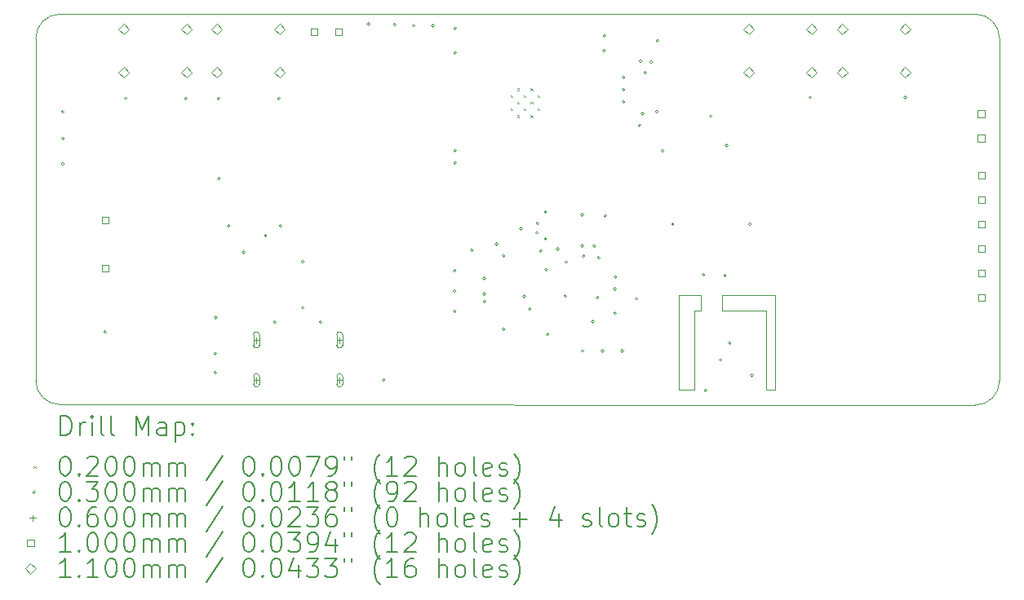
<source format=gbr>
%TF.GenerationSoftware,KiCad,Pcbnew,8.0.5*%
%TF.CreationDate,2024-11-13T12:29:47-06:00*%
%TF.ProjectId,APG_Sensor_Test_Board,4150475f-5365-46e7-936f-725f54657374,rev?*%
%TF.SameCoordinates,Original*%
%TF.FileFunction,Drillmap*%
%TF.FilePolarity,Positive*%
%FSLAX45Y45*%
G04 Gerber Fmt 4.5, Leading zero omitted, Abs format (unit mm)*
G04 Created by KiCad (PCBNEW 8.0.5) date 2024-11-13 12:29:47*
%MOMM*%
%LPD*%
G01*
G04 APERTURE LIST*
%ADD10C,0.050000*%
%ADD11C,0.200000*%
%ADD12C,0.100000*%
%ADD13C,0.110000*%
G04 APERTURE END LIST*
D10*
X9700000Y-5250000D02*
G75*
G02*
X9950000Y-5000000I250000J0D01*
G01*
X19700000Y-8810000D02*
X19700000Y-5250000D01*
X9950000Y-9055000D02*
G75*
G02*
X9700000Y-8805000I0J250000D01*
G01*
X19450000Y-5000000D02*
X9950000Y-5000000D01*
X9950000Y-9055000D02*
X19450000Y-9060000D01*
X19700000Y-8810000D02*
G75*
G02*
X19450000Y-9060000I-250000J0D01*
G01*
X16600000Y-8075000D02*
X16530000Y-8075000D01*
X16530000Y-8900000D01*
X16375000Y-8900000D01*
X16375000Y-7915000D01*
X16600000Y-7915000D01*
X16600000Y-8075000D01*
X19450000Y-5000000D02*
G75*
G02*
X19700000Y-5250000I0J-250000D01*
G01*
X9700000Y-8805000D02*
X9700000Y-5250000D01*
X17375000Y-8900000D02*
X17275000Y-8900000D01*
X17275000Y-8075000D01*
X16825000Y-8075000D01*
X16825000Y-7915000D01*
X17375000Y-7915000D01*
X17375000Y-8900000D01*
D11*
D12*
X14625000Y-5840000D02*
X14645000Y-5860000D01*
X14645000Y-5840000D02*
X14625000Y-5860000D01*
X14625000Y-5980000D02*
X14645000Y-6000000D01*
X14645000Y-5980000D02*
X14625000Y-6000000D01*
X14695000Y-5770000D02*
X14715000Y-5790000D01*
X14715000Y-5770000D02*
X14695000Y-5790000D01*
X14695000Y-5910000D02*
X14715000Y-5930000D01*
X14715000Y-5910000D02*
X14695000Y-5930000D01*
X14695000Y-6050000D02*
X14715000Y-6070000D01*
X14715000Y-6050000D02*
X14695000Y-6070000D01*
X14765000Y-5840000D02*
X14785000Y-5860000D01*
X14785000Y-5840000D02*
X14765000Y-5860000D01*
X14765000Y-5980000D02*
X14785000Y-6000000D01*
X14785000Y-5980000D02*
X14765000Y-6000000D01*
X14835000Y-5770000D02*
X14855000Y-5790000D01*
X14855000Y-5770000D02*
X14835000Y-5790000D01*
X14835000Y-5910000D02*
X14855000Y-5930000D01*
X14855000Y-5910000D02*
X14835000Y-5930000D01*
X14835000Y-6050000D02*
X14855000Y-6070000D01*
X14855000Y-6050000D02*
X14835000Y-6070000D01*
X14905000Y-5840000D02*
X14925000Y-5860000D01*
X14925000Y-5840000D02*
X14905000Y-5860000D01*
X14905000Y-5980000D02*
X14925000Y-6000000D01*
X14925000Y-5980000D02*
X14905000Y-6000000D01*
X9992500Y-6015000D02*
G75*
G02*
X9962500Y-6015000I-15000J0D01*
G01*
X9962500Y-6015000D02*
G75*
G02*
X9992500Y-6015000I15000J0D01*
G01*
X9996250Y-6290000D02*
G75*
G02*
X9966250Y-6290000I-15000J0D01*
G01*
X9966250Y-6290000D02*
G75*
G02*
X9996250Y-6290000I15000J0D01*
G01*
X9996250Y-6555000D02*
G75*
G02*
X9966250Y-6555000I-15000J0D01*
G01*
X9966250Y-6555000D02*
G75*
G02*
X9996250Y-6555000I15000J0D01*
G01*
X10435000Y-8302500D02*
G75*
G02*
X10405000Y-8302500I-15000J0D01*
G01*
X10405000Y-8302500D02*
G75*
G02*
X10435000Y-8302500I15000J0D01*
G01*
X10647500Y-5875000D02*
G75*
G02*
X10617500Y-5875000I-15000J0D01*
G01*
X10617500Y-5875000D02*
G75*
G02*
X10647500Y-5875000I15000J0D01*
G01*
X11271250Y-5875000D02*
G75*
G02*
X11241250Y-5875000I-15000J0D01*
G01*
X11241250Y-5875000D02*
G75*
G02*
X11271250Y-5875000I15000J0D01*
G01*
X11577500Y-8525000D02*
G75*
G02*
X11547500Y-8525000I-15000J0D01*
G01*
X11547500Y-8525000D02*
G75*
G02*
X11577500Y-8525000I15000J0D01*
G01*
X11577500Y-8725000D02*
G75*
G02*
X11547500Y-8725000I-15000J0D01*
G01*
X11547500Y-8725000D02*
G75*
G02*
X11577500Y-8725000I15000J0D01*
G01*
X11582500Y-8150000D02*
G75*
G02*
X11552500Y-8150000I-15000J0D01*
G01*
X11552500Y-8150000D02*
G75*
G02*
X11582500Y-8150000I15000J0D01*
G01*
X11612500Y-5875000D02*
G75*
G02*
X11582500Y-5875000I-15000J0D01*
G01*
X11582500Y-5875000D02*
G75*
G02*
X11612500Y-5875000I15000J0D01*
G01*
X11615000Y-6710000D02*
G75*
G02*
X11585000Y-6710000I-15000J0D01*
G01*
X11585000Y-6710000D02*
G75*
G02*
X11615000Y-6710000I15000J0D01*
G01*
X11716250Y-7200000D02*
G75*
G02*
X11686250Y-7200000I-15000J0D01*
G01*
X11686250Y-7200000D02*
G75*
G02*
X11716250Y-7200000I15000J0D01*
G01*
X11871250Y-7475000D02*
G75*
G02*
X11841250Y-7475000I-15000J0D01*
G01*
X11841250Y-7475000D02*
G75*
G02*
X11871250Y-7475000I15000J0D01*
G01*
X12098750Y-7300000D02*
G75*
G02*
X12068750Y-7300000I-15000J0D01*
G01*
X12068750Y-7300000D02*
G75*
G02*
X12098750Y-7300000I15000J0D01*
G01*
X12195000Y-8200000D02*
G75*
G02*
X12165000Y-8200000I-15000J0D01*
G01*
X12165000Y-8200000D02*
G75*
G02*
X12195000Y-8200000I15000J0D01*
G01*
X12236250Y-5875000D02*
G75*
G02*
X12206250Y-5875000I-15000J0D01*
G01*
X12206250Y-5875000D02*
G75*
G02*
X12236250Y-5875000I15000J0D01*
G01*
X12253750Y-7200000D02*
G75*
G02*
X12223750Y-7200000I-15000J0D01*
G01*
X12223750Y-7200000D02*
G75*
G02*
X12253750Y-7200000I15000J0D01*
G01*
X12485000Y-7572500D02*
G75*
G02*
X12455000Y-7572500I-15000J0D01*
G01*
X12455000Y-7572500D02*
G75*
G02*
X12485000Y-7572500I15000J0D01*
G01*
X12485000Y-8050000D02*
G75*
G02*
X12455000Y-8050000I-15000J0D01*
G01*
X12455000Y-8050000D02*
G75*
G02*
X12485000Y-8050000I15000J0D01*
G01*
X12670000Y-8200000D02*
G75*
G02*
X12640000Y-8200000I-15000J0D01*
G01*
X12640000Y-8200000D02*
G75*
G02*
X12670000Y-8200000I15000J0D01*
G01*
X13165000Y-5102500D02*
G75*
G02*
X13135000Y-5102500I-15000J0D01*
G01*
X13135000Y-5102500D02*
G75*
G02*
X13165000Y-5102500I15000J0D01*
G01*
X13325000Y-8800000D02*
G75*
G02*
X13295000Y-8800000I-15000J0D01*
G01*
X13295000Y-8800000D02*
G75*
G02*
X13325000Y-8800000I15000J0D01*
G01*
X13440000Y-5110000D02*
G75*
G02*
X13410000Y-5110000I-15000J0D01*
G01*
X13410000Y-5110000D02*
G75*
G02*
X13440000Y-5110000I15000J0D01*
G01*
X13637917Y-5120000D02*
G75*
G02*
X13607917Y-5120000I-15000J0D01*
G01*
X13607917Y-5120000D02*
G75*
G02*
X13637917Y-5120000I15000J0D01*
G01*
X13835833Y-5120000D02*
G75*
G02*
X13805833Y-5120000I-15000J0D01*
G01*
X13805833Y-5120000D02*
G75*
G02*
X13835833Y-5120000I15000J0D01*
G01*
X14061250Y-7875000D02*
G75*
G02*
X14031250Y-7875000I-15000J0D01*
G01*
X14031250Y-7875000D02*
G75*
G02*
X14061250Y-7875000I15000J0D01*
G01*
X14062500Y-7665000D02*
G75*
G02*
X14032500Y-7665000I-15000J0D01*
G01*
X14032500Y-7665000D02*
G75*
G02*
X14062500Y-7665000I15000J0D01*
G01*
X14062500Y-8085000D02*
G75*
G02*
X14032500Y-8085000I-15000J0D01*
G01*
X14032500Y-8085000D02*
G75*
G02*
X14062500Y-8085000I15000J0D01*
G01*
X14065000Y-5148000D02*
G75*
G02*
X14035000Y-5148000I-15000J0D01*
G01*
X14035000Y-5148000D02*
G75*
G02*
X14065000Y-5148000I15000J0D01*
G01*
X14065000Y-5402000D02*
G75*
G02*
X14035000Y-5402000I-15000J0D01*
G01*
X14035000Y-5402000D02*
G75*
G02*
X14065000Y-5402000I15000J0D01*
G01*
X14065000Y-6418000D02*
G75*
G02*
X14035000Y-6418000I-15000J0D01*
G01*
X14035000Y-6418000D02*
G75*
G02*
X14065000Y-6418000I15000J0D01*
G01*
X14065000Y-6545000D02*
G75*
G02*
X14035000Y-6545000I-15000J0D01*
G01*
X14035000Y-6545000D02*
G75*
G02*
X14065000Y-6545000I15000J0D01*
G01*
X14240000Y-7450000D02*
G75*
G02*
X14210000Y-7450000I-15000J0D01*
G01*
X14210000Y-7450000D02*
G75*
G02*
X14240000Y-7450000I15000J0D01*
G01*
X14370000Y-7745000D02*
G75*
G02*
X14340000Y-7745000I-15000J0D01*
G01*
X14340000Y-7745000D02*
G75*
G02*
X14370000Y-7745000I15000J0D01*
G01*
X14370000Y-7905000D02*
G75*
G02*
X14340000Y-7905000I-15000J0D01*
G01*
X14340000Y-7905000D02*
G75*
G02*
X14370000Y-7905000I15000J0D01*
G01*
X14370000Y-7985000D02*
G75*
G02*
X14340000Y-7985000I-15000J0D01*
G01*
X14340000Y-7985000D02*
G75*
G02*
X14370000Y-7985000I15000J0D01*
G01*
X14495000Y-7390000D02*
G75*
G02*
X14465000Y-7390000I-15000J0D01*
G01*
X14465000Y-7390000D02*
G75*
G02*
X14495000Y-7390000I15000J0D01*
G01*
X14570000Y-7510000D02*
G75*
G02*
X14540000Y-7510000I-15000J0D01*
G01*
X14540000Y-7510000D02*
G75*
G02*
X14570000Y-7510000I15000J0D01*
G01*
X14570000Y-8270000D02*
G75*
G02*
X14540000Y-8270000I-15000J0D01*
G01*
X14540000Y-8270000D02*
G75*
G02*
X14570000Y-8270000I15000J0D01*
G01*
X14749500Y-7229500D02*
G75*
G02*
X14719500Y-7229500I-15000J0D01*
G01*
X14719500Y-7229500D02*
G75*
G02*
X14749500Y-7229500I15000J0D01*
G01*
X14785000Y-7930000D02*
G75*
G02*
X14755000Y-7930000I-15000J0D01*
G01*
X14755000Y-7930000D02*
G75*
G02*
X14785000Y-7930000I15000J0D01*
G01*
X14840000Y-8065000D02*
G75*
G02*
X14810000Y-8065000I-15000J0D01*
G01*
X14810000Y-8065000D02*
G75*
G02*
X14840000Y-8065000I15000J0D01*
G01*
X14915000Y-7270000D02*
G75*
G02*
X14885000Y-7270000I-15000J0D01*
G01*
X14885000Y-7270000D02*
G75*
G02*
X14915000Y-7270000I15000J0D01*
G01*
X14920000Y-7175000D02*
G75*
G02*
X14890000Y-7175000I-15000J0D01*
G01*
X14890000Y-7175000D02*
G75*
G02*
X14920000Y-7175000I15000J0D01*
G01*
X14955000Y-7460000D02*
G75*
G02*
X14925000Y-7460000I-15000J0D01*
G01*
X14925000Y-7460000D02*
G75*
G02*
X14955000Y-7460000I15000J0D01*
G01*
X15003500Y-7055000D02*
G75*
G02*
X14973500Y-7055000I-15000J0D01*
G01*
X14973500Y-7055000D02*
G75*
G02*
X15003500Y-7055000I15000J0D01*
G01*
X15003500Y-7335000D02*
G75*
G02*
X14973500Y-7335000I-15000J0D01*
G01*
X14973500Y-7335000D02*
G75*
G02*
X15003500Y-7335000I15000J0D01*
G01*
X15010000Y-7655000D02*
G75*
G02*
X14980000Y-7655000I-15000J0D01*
G01*
X14980000Y-7655000D02*
G75*
G02*
X15010000Y-7655000I15000J0D01*
G01*
X15027500Y-8325000D02*
G75*
G02*
X14997500Y-8325000I-15000J0D01*
G01*
X14997500Y-8325000D02*
G75*
G02*
X15027500Y-8325000I15000J0D01*
G01*
X15130000Y-7440000D02*
G75*
G02*
X15100000Y-7440000I-15000J0D01*
G01*
X15100000Y-7440000D02*
G75*
G02*
X15130000Y-7440000I15000J0D01*
G01*
X15210000Y-7930000D02*
G75*
G02*
X15180000Y-7930000I-15000J0D01*
G01*
X15180000Y-7930000D02*
G75*
G02*
X15210000Y-7930000I15000J0D01*
G01*
X15220000Y-7575000D02*
G75*
G02*
X15190000Y-7575000I-15000J0D01*
G01*
X15190000Y-7575000D02*
G75*
G02*
X15220000Y-7575000I15000J0D01*
G01*
X15384500Y-7085000D02*
G75*
G02*
X15354500Y-7085000I-15000J0D01*
G01*
X15354500Y-7085000D02*
G75*
G02*
X15384500Y-7085000I15000J0D01*
G01*
X15384500Y-7405000D02*
G75*
G02*
X15354500Y-7405000I-15000J0D01*
G01*
X15354500Y-7405000D02*
G75*
G02*
X15384500Y-7405000I15000J0D01*
G01*
X15390000Y-8497500D02*
G75*
G02*
X15360000Y-8497500I-15000J0D01*
G01*
X15360000Y-8497500D02*
G75*
G02*
X15390000Y-8497500I15000J0D01*
G01*
X15400000Y-7515000D02*
G75*
G02*
X15370000Y-7515000I-15000J0D01*
G01*
X15370000Y-7515000D02*
G75*
G02*
X15400000Y-7515000I15000J0D01*
G01*
X15495000Y-8195000D02*
G75*
G02*
X15465000Y-8195000I-15000J0D01*
G01*
X15465000Y-8195000D02*
G75*
G02*
X15495000Y-8195000I15000J0D01*
G01*
X15510000Y-7410000D02*
G75*
G02*
X15480000Y-7410000I-15000J0D01*
G01*
X15480000Y-7410000D02*
G75*
G02*
X15510000Y-7410000I15000J0D01*
G01*
X15545000Y-7945000D02*
G75*
G02*
X15515000Y-7945000I-15000J0D01*
G01*
X15515000Y-7945000D02*
G75*
G02*
X15545000Y-7945000I15000J0D01*
G01*
X15555000Y-7530000D02*
G75*
G02*
X15525000Y-7530000I-15000J0D01*
G01*
X15525000Y-7530000D02*
G75*
G02*
X15555000Y-7530000I15000J0D01*
G01*
X15595000Y-8498750D02*
G75*
G02*
X15565000Y-8498750I-15000J0D01*
G01*
X15565000Y-8498750D02*
G75*
G02*
X15595000Y-8498750I15000J0D01*
G01*
X15610000Y-5380000D02*
G75*
G02*
X15580000Y-5380000I-15000J0D01*
G01*
X15580000Y-5380000D02*
G75*
G02*
X15610000Y-5380000I15000J0D01*
G01*
X15615000Y-5225000D02*
G75*
G02*
X15585000Y-5225000I-15000J0D01*
G01*
X15585000Y-5225000D02*
G75*
G02*
X15615000Y-5225000I15000J0D01*
G01*
X15625000Y-7095000D02*
G75*
G02*
X15595000Y-7095000I-15000J0D01*
G01*
X15595000Y-7095000D02*
G75*
G02*
X15625000Y-7095000I15000J0D01*
G01*
X15725000Y-7855000D02*
G75*
G02*
X15695000Y-7855000I-15000J0D01*
G01*
X15695000Y-7855000D02*
G75*
G02*
X15725000Y-7855000I15000J0D01*
G01*
X15725000Y-8105000D02*
G75*
G02*
X15695000Y-8105000I-15000J0D01*
G01*
X15695000Y-8105000D02*
G75*
G02*
X15725000Y-8105000I15000J0D01*
G01*
X15730000Y-7730000D02*
G75*
G02*
X15700000Y-7730000I-15000J0D01*
G01*
X15700000Y-7730000D02*
G75*
G02*
X15730000Y-7730000I15000J0D01*
G01*
X15800000Y-8497500D02*
G75*
G02*
X15770000Y-8497500I-15000J0D01*
G01*
X15770000Y-8497500D02*
G75*
G02*
X15800000Y-8497500I15000J0D01*
G01*
X15815000Y-5656000D02*
G75*
G02*
X15785000Y-5656000I-15000J0D01*
G01*
X15785000Y-5656000D02*
G75*
G02*
X15815000Y-5656000I15000J0D01*
G01*
X15815000Y-5783000D02*
G75*
G02*
X15785000Y-5783000I-15000J0D01*
G01*
X15785000Y-5783000D02*
G75*
G02*
X15815000Y-5783000I15000J0D01*
G01*
X15815000Y-5910000D02*
G75*
G02*
X15785000Y-5910000I-15000J0D01*
G01*
X15785000Y-5910000D02*
G75*
G02*
X15815000Y-5910000I15000J0D01*
G01*
X15947500Y-7955000D02*
G75*
G02*
X15917500Y-7955000I-15000J0D01*
G01*
X15917500Y-7955000D02*
G75*
G02*
X15947500Y-7955000I15000J0D01*
G01*
X15980000Y-6155000D02*
G75*
G02*
X15950000Y-6155000I-15000J0D01*
G01*
X15950000Y-6155000D02*
G75*
G02*
X15980000Y-6155000I15000J0D01*
G01*
X15990000Y-5490000D02*
G75*
G02*
X15960000Y-5490000I-15000J0D01*
G01*
X15960000Y-5490000D02*
G75*
G02*
X15990000Y-5490000I15000J0D01*
G01*
X16010000Y-6035000D02*
G75*
G02*
X15980000Y-6035000I-15000J0D01*
G01*
X15980000Y-6035000D02*
G75*
G02*
X16010000Y-6035000I15000J0D01*
G01*
X16040000Y-5610000D02*
G75*
G02*
X16010000Y-5610000I-15000J0D01*
G01*
X16010000Y-5610000D02*
G75*
G02*
X16040000Y-5610000I15000J0D01*
G01*
X16100000Y-5495000D02*
G75*
G02*
X16070000Y-5495000I-15000J0D01*
G01*
X16070000Y-5495000D02*
G75*
G02*
X16100000Y-5495000I15000J0D01*
G01*
X16160000Y-6015000D02*
G75*
G02*
X16130000Y-6015000I-15000J0D01*
G01*
X16130000Y-6015000D02*
G75*
G02*
X16160000Y-6015000I15000J0D01*
G01*
X16165000Y-5275000D02*
G75*
G02*
X16135000Y-5275000I-15000J0D01*
G01*
X16135000Y-5275000D02*
G75*
G02*
X16165000Y-5275000I15000J0D01*
G01*
X16220000Y-6420000D02*
G75*
G02*
X16190000Y-6420000I-15000J0D01*
G01*
X16190000Y-6420000D02*
G75*
G02*
X16220000Y-6420000I15000J0D01*
G01*
X16325000Y-7180000D02*
G75*
G02*
X16295000Y-7180000I-15000J0D01*
G01*
X16295000Y-7180000D02*
G75*
G02*
X16325000Y-7180000I15000J0D01*
G01*
X16645000Y-7705000D02*
G75*
G02*
X16615000Y-7705000I-15000J0D01*
G01*
X16615000Y-7705000D02*
G75*
G02*
X16645000Y-7705000I15000J0D01*
G01*
X16665000Y-8907500D02*
G75*
G02*
X16635000Y-8907500I-15000J0D01*
G01*
X16635000Y-8907500D02*
G75*
G02*
X16665000Y-8907500I15000J0D01*
G01*
X16720000Y-6060000D02*
G75*
G02*
X16690000Y-6060000I-15000J0D01*
G01*
X16690000Y-6060000D02*
G75*
G02*
X16720000Y-6060000I15000J0D01*
G01*
X16820000Y-8592500D02*
G75*
G02*
X16790000Y-8592500I-15000J0D01*
G01*
X16790000Y-8592500D02*
G75*
G02*
X16820000Y-8592500I15000J0D01*
G01*
X16865000Y-7715000D02*
G75*
G02*
X16835000Y-7715000I-15000J0D01*
G01*
X16835000Y-7715000D02*
G75*
G02*
X16865000Y-7715000I15000J0D01*
G01*
X16885000Y-6365000D02*
G75*
G02*
X16855000Y-6365000I-15000J0D01*
G01*
X16855000Y-6365000D02*
G75*
G02*
X16885000Y-6365000I15000J0D01*
G01*
X16915000Y-8415000D02*
G75*
G02*
X16885000Y-8415000I-15000J0D01*
G01*
X16885000Y-8415000D02*
G75*
G02*
X16915000Y-8415000I15000J0D01*
G01*
X17125000Y-7180000D02*
G75*
G02*
X17095000Y-7180000I-15000J0D01*
G01*
X17095000Y-7180000D02*
G75*
G02*
X17125000Y-7180000I15000J0D01*
G01*
X17145000Y-8752500D02*
G75*
G02*
X17115000Y-8752500I-15000J0D01*
G01*
X17115000Y-8752500D02*
G75*
G02*
X17145000Y-8752500I15000J0D01*
G01*
X17752500Y-5865000D02*
G75*
G02*
X17722500Y-5865000I-15000J0D01*
G01*
X17722500Y-5865000D02*
G75*
G02*
X17752500Y-5865000I15000J0D01*
G01*
X18737500Y-5865000D02*
G75*
G02*
X18707500Y-5865000I-15000J0D01*
G01*
X18707500Y-5865000D02*
G75*
G02*
X18737500Y-5865000I15000J0D01*
G01*
X11988000Y-8354500D02*
X11988000Y-8414500D01*
X11958000Y-8384500D02*
X12018000Y-8384500D01*
X11958000Y-8329500D02*
X11958000Y-8439500D01*
X12018000Y-8439500D02*
G75*
G02*
X11958000Y-8439500I-30000J0D01*
G01*
X12018000Y-8439500D02*
X12018000Y-8329500D01*
X12018000Y-8329500D02*
G75*
G03*
X11958000Y-8329500I-30000J0D01*
G01*
X11988000Y-8772500D02*
X11988000Y-8832500D01*
X11958000Y-8802500D02*
X12018000Y-8802500D01*
X11958000Y-8762500D02*
X11958000Y-8842500D01*
X12018000Y-8842500D02*
G75*
G02*
X11958000Y-8842500I-30000J0D01*
G01*
X12018000Y-8842500D02*
X12018000Y-8762500D01*
X12018000Y-8762500D02*
G75*
G03*
X11958000Y-8762500I-30000J0D01*
G01*
X12852000Y-8354500D02*
X12852000Y-8414500D01*
X12822000Y-8384500D02*
X12882000Y-8384500D01*
X12822000Y-8329500D02*
X12822000Y-8439500D01*
X12882000Y-8439500D02*
G75*
G02*
X12822000Y-8439500I-30000J0D01*
G01*
X12882000Y-8439500D02*
X12882000Y-8329500D01*
X12882000Y-8329500D02*
G75*
G03*
X12822000Y-8329500I-30000J0D01*
G01*
X12852000Y-8772500D02*
X12852000Y-8832500D01*
X12822000Y-8802500D02*
X12882000Y-8802500D01*
X12822000Y-8762500D02*
X12822000Y-8842500D01*
X12882000Y-8842500D02*
G75*
G02*
X12822000Y-8842500I-30000J0D01*
G01*
X12882000Y-8842500D02*
X12882000Y-8762500D01*
X12882000Y-8762500D02*
G75*
G03*
X12822000Y-8762500I-30000J0D01*
G01*
X10455356Y-7175356D02*
X10455356Y-7104644D01*
X10384644Y-7104644D01*
X10384644Y-7175356D01*
X10455356Y-7175356D01*
X10455356Y-7675356D02*
X10455356Y-7604644D01*
X10384644Y-7604644D01*
X10384644Y-7675356D01*
X10455356Y-7675356D01*
X12622856Y-5220356D02*
X12622856Y-5149644D01*
X12552144Y-5149644D01*
X12552144Y-5220356D01*
X12622856Y-5220356D01*
X12876856Y-5220356D02*
X12876856Y-5149644D01*
X12806144Y-5149644D01*
X12806144Y-5220356D01*
X12876856Y-5220356D01*
X19545356Y-6070856D02*
X19545356Y-6000144D01*
X19474644Y-6000144D01*
X19474644Y-6070856D01*
X19545356Y-6070856D01*
X19545356Y-6324856D02*
X19545356Y-6254144D01*
X19474644Y-6254144D01*
X19474644Y-6324856D01*
X19545356Y-6324856D01*
X19550356Y-6707356D02*
X19550356Y-6636644D01*
X19479644Y-6636644D01*
X19479644Y-6707356D01*
X19550356Y-6707356D01*
X19550356Y-6961356D02*
X19550356Y-6890644D01*
X19479644Y-6890644D01*
X19479644Y-6961356D01*
X19550356Y-6961356D01*
X19550356Y-7215356D02*
X19550356Y-7144644D01*
X19479644Y-7144644D01*
X19479644Y-7215356D01*
X19550356Y-7215356D01*
X19550356Y-7469356D02*
X19550356Y-7398644D01*
X19479644Y-7398644D01*
X19479644Y-7469356D01*
X19550356Y-7469356D01*
X19550356Y-7723356D02*
X19550356Y-7652644D01*
X19479644Y-7652644D01*
X19479644Y-7723356D01*
X19550356Y-7723356D01*
X19550356Y-7977356D02*
X19550356Y-7906644D01*
X19479644Y-7906644D01*
X19479644Y-7977356D01*
X19550356Y-7977356D01*
D13*
X10615000Y-5210000D02*
X10670000Y-5155000D01*
X10615000Y-5100000D01*
X10560000Y-5155000D01*
X10615000Y-5210000D01*
X10615000Y-5660000D02*
X10670000Y-5605000D01*
X10615000Y-5550000D01*
X10560000Y-5605000D01*
X10615000Y-5660000D01*
X11265000Y-5210000D02*
X11320000Y-5155000D01*
X11265000Y-5100000D01*
X11210000Y-5155000D01*
X11265000Y-5210000D01*
X11265000Y-5660000D02*
X11320000Y-5605000D01*
X11265000Y-5550000D01*
X11210000Y-5605000D01*
X11265000Y-5660000D01*
X11580000Y-5210000D02*
X11635000Y-5155000D01*
X11580000Y-5100000D01*
X11525000Y-5155000D01*
X11580000Y-5210000D01*
X11580000Y-5660000D02*
X11635000Y-5605000D01*
X11580000Y-5550000D01*
X11525000Y-5605000D01*
X11580000Y-5660000D01*
X12230000Y-5210000D02*
X12285000Y-5155000D01*
X12230000Y-5100000D01*
X12175000Y-5155000D01*
X12230000Y-5210000D01*
X12230000Y-5660000D02*
X12285000Y-5605000D01*
X12230000Y-5550000D01*
X12175000Y-5605000D01*
X12230000Y-5660000D01*
X17100000Y-5210000D02*
X17155000Y-5155000D01*
X17100000Y-5100000D01*
X17045000Y-5155000D01*
X17100000Y-5210000D01*
X17100000Y-5660000D02*
X17155000Y-5605000D01*
X17100000Y-5550000D01*
X17045000Y-5605000D01*
X17100000Y-5660000D01*
X17750000Y-5210000D02*
X17805000Y-5155000D01*
X17750000Y-5100000D01*
X17695000Y-5155000D01*
X17750000Y-5210000D01*
X17750000Y-5660000D02*
X17805000Y-5605000D01*
X17750000Y-5550000D01*
X17695000Y-5605000D01*
X17750000Y-5660000D01*
X18070000Y-5210000D02*
X18125000Y-5155000D01*
X18070000Y-5100000D01*
X18015000Y-5155000D01*
X18070000Y-5210000D01*
X18070000Y-5660000D02*
X18125000Y-5605000D01*
X18070000Y-5550000D01*
X18015000Y-5605000D01*
X18070000Y-5660000D01*
X18720000Y-5210000D02*
X18775000Y-5155000D01*
X18720000Y-5100000D01*
X18665000Y-5155000D01*
X18720000Y-5210000D01*
X18720000Y-5660000D02*
X18775000Y-5605000D01*
X18720000Y-5550000D01*
X18665000Y-5605000D01*
X18720000Y-5660000D01*
D11*
X9958277Y-9373984D02*
X9958277Y-9173984D01*
X9958277Y-9173984D02*
X10005896Y-9173984D01*
X10005896Y-9173984D02*
X10034467Y-9183508D01*
X10034467Y-9183508D02*
X10053515Y-9202555D01*
X10053515Y-9202555D02*
X10063039Y-9221603D01*
X10063039Y-9221603D02*
X10072563Y-9259698D01*
X10072563Y-9259698D02*
X10072563Y-9288270D01*
X10072563Y-9288270D02*
X10063039Y-9326365D01*
X10063039Y-9326365D02*
X10053515Y-9345412D01*
X10053515Y-9345412D02*
X10034467Y-9364460D01*
X10034467Y-9364460D02*
X10005896Y-9373984D01*
X10005896Y-9373984D02*
X9958277Y-9373984D01*
X10158277Y-9373984D02*
X10158277Y-9240650D01*
X10158277Y-9278746D02*
X10167801Y-9259698D01*
X10167801Y-9259698D02*
X10177324Y-9250174D01*
X10177324Y-9250174D02*
X10196372Y-9240650D01*
X10196372Y-9240650D02*
X10215420Y-9240650D01*
X10282086Y-9373984D02*
X10282086Y-9240650D01*
X10282086Y-9173984D02*
X10272563Y-9183508D01*
X10272563Y-9183508D02*
X10282086Y-9193031D01*
X10282086Y-9193031D02*
X10291610Y-9183508D01*
X10291610Y-9183508D02*
X10282086Y-9173984D01*
X10282086Y-9173984D02*
X10282086Y-9193031D01*
X10405896Y-9373984D02*
X10386848Y-9364460D01*
X10386848Y-9364460D02*
X10377324Y-9345412D01*
X10377324Y-9345412D02*
X10377324Y-9173984D01*
X10510658Y-9373984D02*
X10491610Y-9364460D01*
X10491610Y-9364460D02*
X10482086Y-9345412D01*
X10482086Y-9345412D02*
X10482086Y-9173984D01*
X10739229Y-9373984D02*
X10739229Y-9173984D01*
X10739229Y-9173984D02*
X10805896Y-9316841D01*
X10805896Y-9316841D02*
X10872563Y-9173984D01*
X10872563Y-9173984D02*
X10872563Y-9373984D01*
X11053515Y-9373984D02*
X11053515Y-9269222D01*
X11053515Y-9269222D02*
X11043991Y-9250174D01*
X11043991Y-9250174D02*
X11024944Y-9240650D01*
X11024944Y-9240650D02*
X10986848Y-9240650D01*
X10986848Y-9240650D02*
X10967801Y-9250174D01*
X11053515Y-9364460D02*
X11034467Y-9373984D01*
X11034467Y-9373984D02*
X10986848Y-9373984D01*
X10986848Y-9373984D02*
X10967801Y-9364460D01*
X10967801Y-9364460D02*
X10958277Y-9345412D01*
X10958277Y-9345412D02*
X10958277Y-9326365D01*
X10958277Y-9326365D02*
X10967801Y-9307317D01*
X10967801Y-9307317D02*
X10986848Y-9297793D01*
X10986848Y-9297793D02*
X11034467Y-9297793D01*
X11034467Y-9297793D02*
X11053515Y-9288270D01*
X11148753Y-9240650D02*
X11148753Y-9440650D01*
X11148753Y-9250174D02*
X11167801Y-9240650D01*
X11167801Y-9240650D02*
X11205896Y-9240650D01*
X11205896Y-9240650D02*
X11224943Y-9250174D01*
X11224943Y-9250174D02*
X11234467Y-9259698D01*
X11234467Y-9259698D02*
X11243991Y-9278746D01*
X11243991Y-9278746D02*
X11243991Y-9335889D01*
X11243991Y-9335889D02*
X11234467Y-9354936D01*
X11234467Y-9354936D02*
X11224943Y-9364460D01*
X11224943Y-9364460D02*
X11205896Y-9373984D01*
X11205896Y-9373984D02*
X11167801Y-9373984D01*
X11167801Y-9373984D02*
X11148753Y-9364460D01*
X11329705Y-9354936D02*
X11339229Y-9364460D01*
X11339229Y-9364460D02*
X11329705Y-9373984D01*
X11329705Y-9373984D02*
X11320182Y-9364460D01*
X11320182Y-9364460D02*
X11329705Y-9354936D01*
X11329705Y-9354936D02*
X11329705Y-9373984D01*
X11329705Y-9250174D02*
X11339229Y-9259698D01*
X11339229Y-9259698D02*
X11329705Y-9269222D01*
X11329705Y-9269222D02*
X11320182Y-9259698D01*
X11320182Y-9259698D02*
X11329705Y-9250174D01*
X11329705Y-9250174D02*
X11329705Y-9269222D01*
D12*
X9677500Y-9692500D02*
X9697500Y-9712500D01*
X9697500Y-9692500D02*
X9677500Y-9712500D01*
D11*
X9996372Y-9593984D02*
X10015420Y-9593984D01*
X10015420Y-9593984D02*
X10034467Y-9603508D01*
X10034467Y-9603508D02*
X10043991Y-9613031D01*
X10043991Y-9613031D02*
X10053515Y-9632079D01*
X10053515Y-9632079D02*
X10063039Y-9670174D01*
X10063039Y-9670174D02*
X10063039Y-9717793D01*
X10063039Y-9717793D02*
X10053515Y-9755889D01*
X10053515Y-9755889D02*
X10043991Y-9774936D01*
X10043991Y-9774936D02*
X10034467Y-9784460D01*
X10034467Y-9784460D02*
X10015420Y-9793984D01*
X10015420Y-9793984D02*
X9996372Y-9793984D01*
X9996372Y-9793984D02*
X9977324Y-9784460D01*
X9977324Y-9784460D02*
X9967801Y-9774936D01*
X9967801Y-9774936D02*
X9958277Y-9755889D01*
X9958277Y-9755889D02*
X9948753Y-9717793D01*
X9948753Y-9717793D02*
X9948753Y-9670174D01*
X9948753Y-9670174D02*
X9958277Y-9632079D01*
X9958277Y-9632079D02*
X9967801Y-9613031D01*
X9967801Y-9613031D02*
X9977324Y-9603508D01*
X9977324Y-9603508D02*
X9996372Y-9593984D01*
X10148753Y-9774936D02*
X10158277Y-9784460D01*
X10158277Y-9784460D02*
X10148753Y-9793984D01*
X10148753Y-9793984D02*
X10139229Y-9784460D01*
X10139229Y-9784460D02*
X10148753Y-9774936D01*
X10148753Y-9774936D02*
X10148753Y-9793984D01*
X10234467Y-9613031D02*
X10243991Y-9603508D01*
X10243991Y-9603508D02*
X10263039Y-9593984D01*
X10263039Y-9593984D02*
X10310658Y-9593984D01*
X10310658Y-9593984D02*
X10329705Y-9603508D01*
X10329705Y-9603508D02*
X10339229Y-9613031D01*
X10339229Y-9613031D02*
X10348753Y-9632079D01*
X10348753Y-9632079D02*
X10348753Y-9651127D01*
X10348753Y-9651127D02*
X10339229Y-9679698D01*
X10339229Y-9679698D02*
X10224944Y-9793984D01*
X10224944Y-9793984D02*
X10348753Y-9793984D01*
X10472563Y-9593984D02*
X10491610Y-9593984D01*
X10491610Y-9593984D02*
X10510658Y-9603508D01*
X10510658Y-9603508D02*
X10520182Y-9613031D01*
X10520182Y-9613031D02*
X10529705Y-9632079D01*
X10529705Y-9632079D02*
X10539229Y-9670174D01*
X10539229Y-9670174D02*
X10539229Y-9717793D01*
X10539229Y-9717793D02*
X10529705Y-9755889D01*
X10529705Y-9755889D02*
X10520182Y-9774936D01*
X10520182Y-9774936D02*
X10510658Y-9784460D01*
X10510658Y-9784460D02*
X10491610Y-9793984D01*
X10491610Y-9793984D02*
X10472563Y-9793984D01*
X10472563Y-9793984D02*
X10453515Y-9784460D01*
X10453515Y-9784460D02*
X10443991Y-9774936D01*
X10443991Y-9774936D02*
X10434467Y-9755889D01*
X10434467Y-9755889D02*
X10424944Y-9717793D01*
X10424944Y-9717793D02*
X10424944Y-9670174D01*
X10424944Y-9670174D02*
X10434467Y-9632079D01*
X10434467Y-9632079D02*
X10443991Y-9613031D01*
X10443991Y-9613031D02*
X10453515Y-9603508D01*
X10453515Y-9603508D02*
X10472563Y-9593984D01*
X10663039Y-9593984D02*
X10682086Y-9593984D01*
X10682086Y-9593984D02*
X10701134Y-9603508D01*
X10701134Y-9603508D02*
X10710658Y-9613031D01*
X10710658Y-9613031D02*
X10720182Y-9632079D01*
X10720182Y-9632079D02*
X10729705Y-9670174D01*
X10729705Y-9670174D02*
X10729705Y-9717793D01*
X10729705Y-9717793D02*
X10720182Y-9755889D01*
X10720182Y-9755889D02*
X10710658Y-9774936D01*
X10710658Y-9774936D02*
X10701134Y-9784460D01*
X10701134Y-9784460D02*
X10682086Y-9793984D01*
X10682086Y-9793984D02*
X10663039Y-9793984D01*
X10663039Y-9793984D02*
X10643991Y-9784460D01*
X10643991Y-9784460D02*
X10634467Y-9774936D01*
X10634467Y-9774936D02*
X10624944Y-9755889D01*
X10624944Y-9755889D02*
X10615420Y-9717793D01*
X10615420Y-9717793D02*
X10615420Y-9670174D01*
X10615420Y-9670174D02*
X10624944Y-9632079D01*
X10624944Y-9632079D02*
X10634467Y-9613031D01*
X10634467Y-9613031D02*
X10643991Y-9603508D01*
X10643991Y-9603508D02*
X10663039Y-9593984D01*
X10815420Y-9793984D02*
X10815420Y-9660650D01*
X10815420Y-9679698D02*
X10824944Y-9670174D01*
X10824944Y-9670174D02*
X10843991Y-9660650D01*
X10843991Y-9660650D02*
X10872563Y-9660650D01*
X10872563Y-9660650D02*
X10891610Y-9670174D01*
X10891610Y-9670174D02*
X10901134Y-9689222D01*
X10901134Y-9689222D02*
X10901134Y-9793984D01*
X10901134Y-9689222D02*
X10910658Y-9670174D01*
X10910658Y-9670174D02*
X10929705Y-9660650D01*
X10929705Y-9660650D02*
X10958277Y-9660650D01*
X10958277Y-9660650D02*
X10977325Y-9670174D01*
X10977325Y-9670174D02*
X10986848Y-9689222D01*
X10986848Y-9689222D02*
X10986848Y-9793984D01*
X11082086Y-9793984D02*
X11082086Y-9660650D01*
X11082086Y-9679698D02*
X11091610Y-9670174D01*
X11091610Y-9670174D02*
X11110658Y-9660650D01*
X11110658Y-9660650D02*
X11139229Y-9660650D01*
X11139229Y-9660650D02*
X11158277Y-9670174D01*
X11158277Y-9670174D02*
X11167801Y-9689222D01*
X11167801Y-9689222D02*
X11167801Y-9793984D01*
X11167801Y-9689222D02*
X11177325Y-9670174D01*
X11177325Y-9670174D02*
X11196372Y-9660650D01*
X11196372Y-9660650D02*
X11224943Y-9660650D01*
X11224943Y-9660650D02*
X11243991Y-9670174D01*
X11243991Y-9670174D02*
X11253515Y-9689222D01*
X11253515Y-9689222D02*
X11253515Y-9793984D01*
X11643991Y-9584460D02*
X11472563Y-9841603D01*
X11901134Y-9593984D02*
X11920182Y-9593984D01*
X11920182Y-9593984D02*
X11939229Y-9603508D01*
X11939229Y-9603508D02*
X11948753Y-9613031D01*
X11948753Y-9613031D02*
X11958277Y-9632079D01*
X11958277Y-9632079D02*
X11967801Y-9670174D01*
X11967801Y-9670174D02*
X11967801Y-9717793D01*
X11967801Y-9717793D02*
X11958277Y-9755889D01*
X11958277Y-9755889D02*
X11948753Y-9774936D01*
X11948753Y-9774936D02*
X11939229Y-9784460D01*
X11939229Y-9784460D02*
X11920182Y-9793984D01*
X11920182Y-9793984D02*
X11901134Y-9793984D01*
X11901134Y-9793984D02*
X11882086Y-9784460D01*
X11882086Y-9784460D02*
X11872563Y-9774936D01*
X11872563Y-9774936D02*
X11863039Y-9755889D01*
X11863039Y-9755889D02*
X11853515Y-9717793D01*
X11853515Y-9717793D02*
X11853515Y-9670174D01*
X11853515Y-9670174D02*
X11863039Y-9632079D01*
X11863039Y-9632079D02*
X11872563Y-9613031D01*
X11872563Y-9613031D02*
X11882086Y-9603508D01*
X11882086Y-9603508D02*
X11901134Y-9593984D01*
X12053515Y-9774936D02*
X12063039Y-9784460D01*
X12063039Y-9784460D02*
X12053515Y-9793984D01*
X12053515Y-9793984D02*
X12043991Y-9784460D01*
X12043991Y-9784460D02*
X12053515Y-9774936D01*
X12053515Y-9774936D02*
X12053515Y-9793984D01*
X12186848Y-9593984D02*
X12205896Y-9593984D01*
X12205896Y-9593984D02*
X12224944Y-9603508D01*
X12224944Y-9603508D02*
X12234467Y-9613031D01*
X12234467Y-9613031D02*
X12243991Y-9632079D01*
X12243991Y-9632079D02*
X12253515Y-9670174D01*
X12253515Y-9670174D02*
X12253515Y-9717793D01*
X12253515Y-9717793D02*
X12243991Y-9755889D01*
X12243991Y-9755889D02*
X12234467Y-9774936D01*
X12234467Y-9774936D02*
X12224944Y-9784460D01*
X12224944Y-9784460D02*
X12205896Y-9793984D01*
X12205896Y-9793984D02*
X12186848Y-9793984D01*
X12186848Y-9793984D02*
X12167801Y-9784460D01*
X12167801Y-9784460D02*
X12158277Y-9774936D01*
X12158277Y-9774936D02*
X12148753Y-9755889D01*
X12148753Y-9755889D02*
X12139229Y-9717793D01*
X12139229Y-9717793D02*
X12139229Y-9670174D01*
X12139229Y-9670174D02*
X12148753Y-9632079D01*
X12148753Y-9632079D02*
X12158277Y-9613031D01*
X12158277Y-9613031D02*
X12167801Y-9603508D01*
X12167801Y-9603508D02*
X12186848Y-9593984D01*
X12377325Y-9593984D02*
X12396372Y-9593984D01*
X12396372Y-9593984D02*
X12415420Y-9603508D01*
X12415420Y-9603508D02*
X12424944Y-9613031D01*
X12424944Y-9613031D02*
X12434467Y-9632079D01*
X12434467Y-9632079D02*
X12443991Y-9670174D01*
X12443991Y-9670174D02*
X12443991Y-9717793D01*
X12443991Y-9717793D02*
X12434467Y-9755889D01*
X12434467Y-9755889D02*
X12424944Y-9774936D01*
X12424944Y-9774936D02*
X12415420Y-9784460D01*
X12415420Y-9784460D02*
X12396372Y-9793984D01*
X12396372Y-9793984D02*
X12377325Y-9793984D01*
X12377325Y-9793984D02*
X12358277Y-9784460D01*
X12358277Y-9784460D02*
X12348753Y-9774936D01*
X12348753Y-9774936D02*
X12339229Y-9755889D01*
X12339229Y-9755889D02*
X12329706Y-9717793D01*
X12329706Y-9717793D02*
X12329706Y-9670174D01*
X12329706Y-9670174D02*
X12339229Y-9632079D01*
X12339229Y-9632079D02*
X12348753Y-9613031D01*
X12348753Y-9613031D02*
X12358277Y-9603508D01*
X12358277Y-9603508D02*
X12377325Y-9593984D01*
X12510658Y-9593984D02*
X12643991Y-9593984D01*
X12643991Y-9593984D02*
X12558277Y-9793984D01*
X12729706Y-9793984D02*
X12767801Y-9793984D01*
X12767801Y-9793984D02*
X12786848Y-9784460D01*
X12786848Y-9784460D02*
X12796372Y-9774936D01*
X12796372Y-9774936D02*
X12815420Y-9746365D01*
X12815420Y-9746365D02*
X12824944Y-9708270D01*
X12824944Y-9708270D02*
X12824944Y-9632079D01*
X12824944Y-9632079D02*
X12815420Y-9613031D01*
X12815420Y-9613031D02*
X12805896Y-9603508D01*
X12805896Y-9603508D02*
X12786848Y-9593984D01*
X12786848Y-9593984D02*
X12748753Y-9593984D01*
X12748753Y-9593984D02*
X12729706Y-9603508D01*
X12729706Y-9603508D02*
X12720182Y-9613031D01*
X12720182Y-9613031D02*
X12710658Y-9632079D01*
X12710658Y-9632079D02*
X12710658Y-9679698D01*
X12710658Y-9679698D02*
X12720182Y-9698746D01*
X12720182Y-9698746D02*
X12729706Y-9708270D01*
X12729706Y-9708270D02*
X12748753Y-9717793D01*
X12748753Y-9717793D02*
X12786848Y-9717793D01*
X12786848Y-9717793D02*
X12805896Y-9708270D01*
X12805896Y-9708270D02*
X12815420Y-9698746D01*
X12815420Y-9698746D02*
X12824944Y-9679698D01*
X12901134Y-9593984D02*
X12901134Y-9632079D01*
X12977325Y-9593984D02*
X12977325Y-9632079D01*
X13272563Y-9870174D02*
X13263039Y-9860650D01*
X13263039Y-9860650D02*
X13243991Y-9832079D01*
X13243991Y-9832079D02*
X13234468Y-9813031D01*
X13234468Y-9813031D02*
X13224944Y-9784460D01*
X13224944Y-9784460D02*
X13215420Y-9736841D01*
X13215420Y-9736841D02*
X13215420Y-9698746D01*
X13215420Y-9698746D02*
X13224944Y-9651127D01*
X13224944Y-9651127D02*
X13234468Y-9622555D01*
X13234468Y-9622555D02*
X13243991Y-9603508D01*
X13243991Y-9603508D02*
X13263039Y-9574936D01*
X13263039Y-9574936D02*
X13272563Y-9565412D01*
X13453515Y-9793984D02*
X13339229Y-9793984D01*
X13396372Y-9793984D02*
X13396372Y-9593984D01*
X13396372Y-9593984D02*
X13377325Y-9622555D01*
X13377325Y-9622555D02*
X13358277Y-9641603D01*
X13358277Y-9641603D02*
X13339229Y-9651127D01*
X13529706Y-9613031D02*
X13539229Y-9603508D01*
X13539229Y-9603508D02*
X13558277Y-9593984D01*
X13558277Y-9593984D02*
X13605896Y-9593984D01*
X13605896Y-9593984D02*
X13624944Y-9603508D01*
X13624944Y-9603508D02*
X13634468Y-9613031D01*
X13634468Y-9613031D02*
X13643991Y-9632079D01*
X13643991Y-9632079D02*
X13643991Y-9651127D01*
X13643991Y-9651127D02*
X13634468Y-9679698D01*
X13634468Y-9679698D02*
X13520182Y-9793984D01*
X13520182Y-9793984D02*
X13643991Y-9793984D01*
X13882087Y-9793984D02*
X13882087Y-9593984D01*
X13967801Y-9793984D02*
X13967801Y-9689222D01*
X13967801Y-9689222D02*
X13958277Y-9670174D01*
X13958277Y-9670174D02*
X13939230Y-9660650D01*
X13939230Y-9660650D02*
X13910658Y-9660650D01*
X13910658Y-9660650D02*
X13891610Y-9670174D01*
X13891610Y-9670174D02*
X13882087Y-9679698D01*
X14091610Y-9793984D02*
X14072563Y-9784460D01*
X14072563Y-9784460D02*
X14063039Y-9774936D01*
X14063039Y-9774936D02*
X14053515Y-9755889D01*
X14053515Y-9755889D02*
X14053515Y-9698746D01*
X14053515Y-9698746D02*
X14063039Y-9679698D01*
X14063039Y-9679698D02*
X14072563Y-9670174D01*
X14072563Y-9670174D02*
X14091610Y-9660650D01*
X14091610Y-9660650D02*
X14120182Y-9660650D01*
X14120182Y-9660650D02*
X14139230Y-9670174D01*
X14139230Y-9670174D02*
X14148753Y-9679698D01*
X14148753Y-9679698D02*
X14158277Y-9698746D01*
X14158277Y-9698746D02*
X14158277Y-9755889D01*
X14158277Y-9755889D02*
X14148753Y-9774936D01*
X14148753Y-9774936D02*
X14139230Y-9784460D01*
X14139230Y-9784460D02*
X14120182Y-9793984D01*
X14120182Y-9793984D02*
X14091610Y-9793984D01*
X14272563Y-9793984D02*
X14253515Y-9784460D01*
X14253515Y-9784460D02*
X14243991Y-9765412D01*
X14243991Y-9765412D02*
X14243991Y-9593984D01*
X14424944Y-9784460D02*
X14405896Y-9793984D01*
X14405896Y-9793984D02*
X14367801Y-9793984D01*
X14367801Y-9793984D02*
X14348753Y-9784460D01*
X14348753Y-9784460D02*
X14339230Y-9765412D01*
X14339230Y-9765412D02*
X14339230Y-9689222D01*
X14339230Y-9689222D02*
X14348753Y-9670174D01*
X14348753Y-9670174D02*
X14367801Y-9660650D01*
X14367801Y-9660650D02*
X14405896Y-9660650D01*
X14405896Y-9660650D02*
X14424944Y-9670174D01*
X14424944Y-9670174D02*
X14434468Y-9689222D01*
X14434468Y-9689222D02*
X14434468Y-9708270D01*
X14434468Y-9708270D02*
X14339230Y-9727317D01*
X14510658Y-9784460D02*
X14529706Y-9793984D01*
X14529706Y-9793984D02*
X14567801Y-9793984D01*
X14567801Y-9793984D02*
X14586849Y-9784460D01*
X14586849Y-9784460D02*
X14596372Y-9765412D01*
X14596372Y-9765412D02*
X14596372Y-9755889D01*
X14596372Y-9755889D02*
X14586849Y-9736841D01*
X14586849Y-9736841D02*
X14567801Y-9727317D01*
X14567801Y-9727317D02*
X14539230Y-9727317D01*
X14539230Y-9727317D02*
X14520182Y-9717793D01*
X14520182Y-9717793D02*
X14510658Y-9698746D01*
X14510658Y-9698746D02*
X14510658Y-9689222D01*
X14510658Y-9689222D02*
X14520182Y-9670174D01*
X14520182Y-9670174D02*
X14539230Y-9660650D01*
X14539230Y-9660650D02*
X14567801Y-9660650D01*
X14567801Y-9660650D02*
X14586849Y-9670174D01*
X14663039Y-9870174D02*
X14672563Y-9860650D01*
X14672563Y-9860650D02*
X14691611Y-9832079D01*
X14691611Y-9832079D02*
X14701134Y-9813031D01*
X14701134Y-9813031D02*
X14710658Y-9784460D01*
X14710658Y-9784460D02*
X14720182Y-9736841D01*
X14720182Y-9736841D02*
X14720182Y-9698746D01*
X14720182Y-9698746D02*
X14710658Y-9651127D01*
X14710658Y-9651127D02*
X14701134Y-9622555D01*
X14701134Y-9622555D02*
X14691611Y-9603508D01*
X14691611Y-9603508D02*
X14672563Y-9574936D01*
X14672563Y-9574936D02*
X14663039Y-9565412D01*
D12*
X9697500Y-9966500D02*
G75*
G02*
X9667500Y-9966500I-15000J0D01*
G01*
X9667500Y-9966500D02*
G75*
G02*
X9697500Y-9966500I15000J0D01*
G01*
D11*
X9996372Y-9857984D02*
X10015420Y-9857984D01*
X10015420Y-9857984D02*
X10034467Y-9867508D01*
X10034467Y-9867508D02*
X10043991Y-9877031D01*
X10043991Y-9877031D02*
X10053515Y-9896079D01*
X10053515Y-9896079D02*
X10063039Y-9934174D01*
X10063039Y-9934174D02*
X10063039Y-9981793D01*
X10063039Y-9981793D02*
X10053515Y-10019889D01*
X10053515Y-10019889D02*
X10043991Y-10038936D01*
X10043991Y-10038936D02*
X10034467Y-10048460D01*
X10034467Y-10048460D02*
X10015420Y-10057984D01*
X10015420Y-10057984D02*
X9996372Y-10057984D01*
X9996372Y-10057984D02*
X9977324Y-10048460D01*
X9977324Y-10048460D02*
X9967801Y-10038936D01*
X9967801Y-10038936D02*
X9958277Y-10019889D01*
X9958277Y-10019889D02*
X9948753Y-9981793D01*
X9948753Y-9981793D02*
X9948753Y-9934174D01*
X9948753Y-9934174D02*
X9958277Y-9896079D01*
X9958277Y-9896079D02*
X9967801Y-9877031D01*
X9967801Y-9877031D02*
X9977324Y-9867508D01*
X9977324Y-9867508D02*
X9996372Y-9857984D01*
X10148753Y-10038936D02*
X10158277Y-10048460D01*
X10158277Y-10048460D02*
X10148753Y-10057984D01*
X10148753Y-10057984D02*
X10139229Y-10048460D01*
X10139229Y-10048460D02*
X10148753Y-10038936D01*
X10148753Y-10038936D02*
X10148753Y-10057984D01*
X10224944Y-9857984D02*
X10348753Y-9857984D01*
X10348753Y-9857984D02*
X10282086Y-9934174D01*
X10282086Y-9934174D02*
X10310658Y-9934174D01*
X10310658Y-9934174D02*
X10329705Y-9943698D01*
X10329705Y-9943698D02*
X10339229Y-9953222D01*
X10339229Y-9953222D02*
X10348753Y-9972270D01*
X10348753Y-9972270D02*
X10348753Y-10019889D01*
X10348753Y-10019889D02*
X10339229Y-10038936D01*
X10339229Y-10038936D02*
X10329705Y-10048460D01*
X10329705Y-10048460D02*
X10310658Y-10057984D01*
X10310658Y-10057984D02*
X10253515Y-10057984D01*
X10253515Y-10057984D02*
X10234467Y-10048460D01*
X10234467Y-10048460D02*
X10224944Y-10038936D01*
X10472563Y-9857984D02*
X10491610Y-9857984D01*
X10491610Y-9857984D02*
X10510658Y-9867508D01*
X10510658Y-9867508D02*
X10520182Y-9877031D01*
X10520182Y-9877031D02*
X10529705Y-9896079D01*
X10529705Y-9896079D02*
X10539229Y-9934174D01*
X10539229Y-9934174D02*
X10539229Y-9981793D01*
X10539229Y-9981793D02*
X10529705Y-10019889D01*
X10529705Y-10019889D02*
X10520182Y-10038936D01*
X10520182Y-10038936D02*
X10510658Y-10048460D01*
X10510658Y-10048460D02*
X10491610Y-10057984D01*
X10491610Y-10057984D02*
X10472563Y-10057984D01*
X10472563Y-10057984D02*
X10453515Y-10048460D01*
X10453515Y-10048460D02*
X10443991Y-10038936D01*
X10443991Y-10038936D02*
X10434467Y-10019889D01*
X10434467Y-10019889D02*
X10424944Y-9981793D01*
X10424944Y-9981793D02*
X10424944Y-9934174D01*
X10424944Y-9934174D02*
X10434467Y-9896079D01*
X10434467Y-9896079D02*
X10443991Y-9877031D01*
X10443991Y-9877031D02*
X10453515Y-9867508D01*
X10453515Y-9867508D02*
X10472563Y-9857984D01*
X10663039Y-9857984D02*
X10682086Y-9857984D01*
X10682086Y-9857984D02*
X10701134Y-9867508D01*
X10701134Y-9867508D02*
X10710658Y-9877031D01*
X10710658Y-9877031D02*
X10720182Y-9896079D01*
X10720182Y-9896079D02*
X10729705Y-9934174D01*
X10729705Y-9934174D02*
X10729705Y-9981793D01*
X10729705Y-9981793D02*
X10720182Y-10019889D01*
X10720182Y-10019889D02*
X10710658Y-10038936D01*
X10710658Y-10038936D02*
X10701134Y-10048460D01*
X10701134Y-10048460D02*
X10682086Y-10057984D01*
X10682086Y-10057984D02*
X10663039Y-10057984D01*
X10663039Y-10057984D02*
X10643991Y-10048460D01*
X10643991Y-10048460D02*
X10634467Y-10038936D01*
X10634467Y-10038936D02*
X10624944Y-10019889D01*
X10624944Y-10019889D02*
X10615420Y-9981793D01*
X10615420Y-9981793D02*
X10615420Y-9934174D01*
X10615420Y-9934174D02*
X10624944Y-9896079D01*
X10624944Y-9896079D02*
X10634467Y-9877031D01*
X10634467Y-9877031D02*
X10643991Y-9867508D01*
X10643991Y-9867508D02*
X10663039Y-9857984D01*
X10815420Y-10057984D02*
X10815420Y-9924650D01*
X10815420Y-9943698D02*
X10824944Y-9934174D01*
X10824944Y-9934174D02*
X10843991Y-9924650D01*
X10843991Y-9924650D02*
X10872563Y-9924650D01*
X10872563Y-9924650D02*
X10891610Y-9934174D01*
X10891610Y-9934174D02*
X10901134Y-9953222D01*
X10901134Y-9953222D02*
X10901134Y-10057984D01*
X10901134Y-9953222D02*
X10910658Y-9934174D01*
X10910658Y-9934174D02*
X10929705Y-9924650D01*
X10929705Y-9924650D02*
X10958277Y-9924650D01*
X10958277Y-9924650D02*
X10977325Y-9934174D01*
X10977325Y-9934174D02*
X10986848Y-9953222D01*
X10986848Y-9953222D02*
X10986848Y-10057984D01*
X11082086Y-10057984D02*
X11082086Y-9924650D01*
X11082086Y-9943698D02*
X11091610Y-9934174D01*
X11091610Y-9934174D02*
X11110658Y-9924650D01*
X11110658Y-9924650D02*
X11139229Y-9924650D01*
X11139229Y-9924650D02*
X11158277Y-9934174D01*
X11158277Y-9934174D02*
X11167801Y-9953222D01*
X11167801Y-9953222D02*
X11167801Y-10057984D01*
X11167801Y-9953222D02*
X11177325Y-9934174D01*
X11177325Y-9934174D02*
X11196372Y-9924650D01*
X11196372Y-9924650D02*
X11224943Y-9924650D01*
X11224943Y-9924650D02*
X11243991Y-9934174D01*
X11243991Y-9934174D02*
X11253515Y-9953222D01*
X11253515Y-9953222D02*
X11253515Y-10057984D01*
X11643991Y-9848460D02*
X11472563Y-10105603D01*
X11901134Y-9857984D02*
X11920182Y-9857984D01*
X11920182Y-9857984D02*
X11939229Y-9867508D01*
X11939229Y-9867508D02*
X11948753Y-9877031D01*
X11948753Y-9877031D02*
X11958277Y-9896079D01*
X11958277Y-9896079D02*
X11967801Y-9934174D01*
X11967801Y-9934174D02*
X11967801Y-9981793D01*
X11967801Y-9981793D02*
X11958277Y-10019889D01*
X11958277Y-10019889D02*
X11948753Y-10038936D01*
X11948753Y-10038936D02*
X11939229Y-10048460D01*
X11939229Y-10048460D02*
X11920182Y-10057984D01*
X11920182Y-10057984D02*
X11901134Y-10057984D01*
X11901134Y-10057984D02*
X11882086Y-10048460D01*
X11882086Y-10048460D02*
X11872563Y-10038936D01*
X11872563Y-10038936D02*
X11863039Y-10019889D01*
X11863039Y-10019889D02*
X11853515Y-9981793D01*
X11853515Y-9981793D02*
X11853515Y-9934174D01*
X11853515Y-9934174D02*
X11863039Y-9896079D01*
X11863039Y-9896079D02*
X11872563Y-9877031D01*
X11872563Y-9877031D02*
X11882086Y-9867508D01*
X11882086Y-9867508D02*
X11901134Y-9857984D01*
X12053515Y-10038936D02*
X12063039Y-10048460D01*
X12063039Y-10048460D02*
X12053515Y-10057984D01*
X12053515Y-10057984D02*
X12043991Y-10048460D01*
X12043991Y-10048460D02*
X12053515Y-10038936D01*
X12053515Y-10038936D02*
X12053515Y-10057984D01*
X12186848Y-9857984D02*
X12205896Y-9857984D01*
X12205896Y-9857984D02*
X12224944Y-9867508D01*
X12224944Y-9867508D02*
X12234467Y-9877031D01*
X12234467Y-9877031D02*
X12243991Y-9896079D01*
X12243991Y-9896079D02*
X12253515Y-9934174D01*
X12253515Y-9934174D02*
X12253515Y-9981793D01*
X12253515Y-9981793D02*
X12243991Y-10019889D01*
X12243991Y-10019889D02*
X12234467Y-10038936D01*
X12234467Y-10038936D02*
X12224944Y-10048460D01*
X12224944Y-10048460D02*
X12205896Y-10057984D01*
X12205896Y-10057984D02*
X12186848Y-10057984D01*
X12186848Y-10057984D02*
X12167801Y-10048460D01*
X12167801Y-10048460D02*
X12158277Y-10038936D01*
X12158277Y-10038936D02*
X12148753Y-10019889D01*
X12148753Y-10019889D02*
X12139229Y-9981793D01*
X12139229Y-9981793D02*
X12139229Y-9934174D01*
X12139229Y-9934174D02*
X12148753Y-9896079D01*
X12148753Y-9896079D02*
X12158277Y-9877031D01*
X12158277Y-9877031D02*
X12167801Y-9867508D01*
X12167801Y-9867508D02*
X12186848Y-9857984D01*
X12443991Y-10057984D02*
X12329706Y-10057984D01*
X12386848Y-10057984D02*
X12386848Y-9857984D01*
X12386848Y-9857984D02*
X12367801Y-9886555D01*
X12367801Y-9886555D02*
X12348753Y-9905603D01*
X12348753Y-9905603D02*
X12329706Y-9915127D01*
X12634467Y-10057984D02*
X12520182Y-10057984D01*
X12577325Y-10057984D02*
X12577325Y-9857984D01*
X12577325Y-9857984D02*
X12558277Y-9886555D01*
X12558277Y-9886555D02*
X12539229Y-9905603D01*
X12539229Y-9905603D02*
X12520182Y-9915127D01*
X12748753Y-9943698D02*
X12729706Y-9934174D01*
X12729706Y-9934174D02*
X12720182Y-9924650D01*
X12720182Y-9924650D02*
X12710658Y-9905603D01*
X12710658Y-9905603D02*
X12710658Y-9896079D01*
X12710658Y-9896079D02*
X12720182Y-9877031D01*
X12720182Y-9877031D02*
X12729706Y-9867508D01*
X12729706Y-9867508D02*
X12748753Y-9857984D01*
X12748753Y-9857984D02*
X12786848Y-9857984D01*
X12786848Y-9857984D02*
X12805896Y-9867508D01*
X12805896Y-9867508D02*
X12815420Y-9877031D01*
X12815420Y-9877031D02*
X12824944Y-9896079D01*
X12824944Y-9896079D02*
X12824944Y-9905603D01*
X12824944Y-9905603D02*
X12815420Y-9924650D01*
X12815420Y-9924650D02*
X12805896Y-9934174D01*
X12805896Y-9934174D02*
X12786848Y-9943698D01*
X12786848Y-9943698D02*
X12748753Y-9943698D01*
X12748753Y-9943698D02*
X12729706Y-9953222D01*
X12729706Y-9953222D02*
X12720182Y-9962746D01*
X12720182Y-9962746D02*
X12710658Y-9981793D01*
X12710658Y-9981793D02*
X12710658Y-10019889D01*
X12710658Y-10019889D02*
X12720182Y-10038936D01*
X12720182Y-10038936D02*
X12729706Y-10048460D01*
X12729706Y-10048460D02*
X12748753Y-10057984D01*
X12748753Y-10057984D02*
X12786848Y-10057984D01*
X12786848Y-10057984D02*
X12805896Y-10048460D01*
X12805896Y-10048460D02*
X12815420Y-10038936D01*
X12815420Y-10038936D02*
X12824944Y-10019889D01*
X12824944Y-10019889D02*
X12824944Y-9981793D01*
X12824944Y-9981793D02*
X12815420Y-9962746D01*
X12815420Y-9962746D02*
X12805896Y-9953222D01*
X12805896Y-9953222D02*
X12786848Y-9943698D01*
X12901134Y-9857984D02*
X12901134Y-9896079D01*
X12977325Y-9857984D02*
X12977325Y-9896079D01*
X13272563Y-10134174D02*
X13263039Y-10124650D01*
X13263039Y-10124650D02*
X13243991Y-10096079D01*
X13243991Y-10096079D02*
X13234468Y-10077031D01*
X13234468Y-10077031D02*
X13224944Y-10048460D01*
X13224944Y-10048460D02*
X13215420Y-10000841D01*
X13215420Y-10000841D02*
X13215420Y-9962746D01*
X13215420Y-9962746D02*
X13224944Y-9915127D01*
X13224944Y-9915127D02*
X13234468Y-9886555D01*
X13234468Y-9886555D02*
X13243991Y-9867508D01*
X13243991Y-9867508D02*
X13263039Y-9838936D01*
X13263039Y-9838936D02*
X13272563Y-9829412D01*
X13358277Y-10057984D02*
X13396372Y-10057984D01*
X13396372Y-10057984D02*
X13415420Y-10048460D01*
X13415420Y-10048460D02*
X13424944Y-10038936D01*
X13424944Y-10038936D02*
X13443991Y-10010365D01*
X13443991Y-10010365D02*
X13453515Y-9972270D01*
X13453515Y-9972270D02*
X13453515Y-9896079D01*
X13453515Y-9896079D02*
X13443991Y-9877031D01*
X13443991Y-9877031D02*
X13434468Y-9867508D01*
X13434468Y-9867508D02*
X13415420Y-9857984D01*
X13415420Y-9857984D02*
X13377325Y-9857984D01*
X13377325Y-9857984D02*
X13358277Y-9867508D01*
X13358277Y-9867508D02*
X13348753Y-9877031D01*
X13348753Y-9877031D02*
X13339229Y-9896079D01*
X13339229Y-9896079D02*
X13339229Y-9943698D01*
X13339229Y-9943698D02*
X13348753Y-9962746D01*
X13348753Y-9962746D02*
X13358277Y-9972270D01*
X13358277Y-9972270D02*
X13377325Y-9981793D01*
X13377325Y-9981793D02*
X13415420Y-9981793D01*
X13415420Y-9981793D02*
X13434468Y-9972270D01*
X13434468Y-9972270D02*
X13443991Y-9962746D01*
X13443991Y-9962746D02*
X13453515Y-9943698D01*
X13529706Y-9877031D02*
X13539229Y-9867508D01*
X13539229Y-9867508D02*
X13558277Y-9857984D01*
X13558277Y-9857984D02*
X13605896Y-9857984D01*
X13605896Y-9857984D02*
X13624944Y-9867508D01*
X13624944Y-9867508D02*
X13634468Y-9877031D01*
X13634468Y-9877031D02*
X13643991Y-9896079D01*
X13643991Y-9896079D02*
X13643991Y-9915127D01*
X13643991Y-9915127D02*
X13634468Y-9943698D01*
X13634468Y-9943698D02*
X13520182Y-10057984D01*
X13520182Y-10057984D02*
X13643991Y-10057984D01*
X13882087Y-10057984D02*
X13882087Y-9857984D01*
X13967801Y-10057984D02*
X13967801Y-9953222D01*
X13967801Y-9953222D02*
X13958277Y-9934174D01*
X13958277Y-9934174D02*
X13939230Y-9924650D01*
X13939230Y-9924650D02*
X13910658Y-9924650D01*
X13910658Y-9924650D02*
X13891610Y-9934174D01*
X13891610Y-9934174D02*
X13882087Y-9943698D01*
X14091610Y-10057984D02*
X14072563Y-10048460D01*
X14072563Y-10048460D02*
X14063039Y-10038936D01*
X14063039Y-10038936D02*
X14053515Y-10019889D01*
X14053515Y-10019889D02*
X14053515Y-9962746D01*
X14053515Y-9962746D02*
X14063039Y-9943698D01*
X14063039Y-9943698D02*
X14072563Y-9934174D01*
X14072563Y-9934174D02*
X14091610Y-9924650D01*
X14091610Y-9924650D02*
X14120182Y-9924650D01*
X14120182Y-9924650D02*
X14139230Y-9934174D01*
X14139230Y-9934174D02*
X14148753Y-9943698D01*
X14148753Y-9943698D02*
X14158277Y-9962746D01*
X14158277Y-9962746D02*
X14158277Y-10019889D01*
X14158277Y-10019889D02*
X14148753Y-10038936D01*
X14148753Y-10038936D02*
X14139230Y-10048460D01*
X14139230Y-10048460D02*
X14120182Y-10057984D01*
X14120182Y-10057984D02*
X14091610Y-10057984D01*
X14272563Y-10057984D02*
X14253515Y-10048460D01*
X14253515Y-10048460D02*
X14243991Y-10029412D01*
X14243991Y-10029412D02*
X14243991Y-9857984D01*
X14424944Y-10048460D02*
X14405896Y-10057984D01*
X14405896Y-10057984D02*
X14367801Y-10057984D01*
X14367801Y-10057984D02*
X14348753Y-10048460D01*
X14348753Y-10048460D02*
X14339230Y-10029412D01*
X14339230Y-10029412D02*
X14339230Y-9953222D01*
X14339230Y-9953222D02*
X14348753Y-9934174D01*
X14348753Y-9934174D02*
X14367801Y-9924650D01*
X14367801Y-9924650D02*
X14405896Y-9924650D01*
X14405896Y-9924650D02*
X14424944Y-9934174D01*
X14424944Y-9934174D02*
X14434468Y-9953222D01*
X14434468Y-9953222D02*
X14434468Y-9972270D01*
X14434468Y-9972270D02*
X14339230Y-9991317D01*
X14510658Y-10048460D02*
X14529706Y-10057984D01*
X14529706Y-10057984D02*
X14567801Y-10057984D01*
X14567801Y-10057984D02*
X14586849Y-10048460D01*
X14586849Y-10048460D02*
X14596372Y-10029412D01*
X14596372Y-10029412D02*
X14596372Y-10019889D01*
X14596372Y-10019889D02*
X14586849Y-10000841D01*
X14586849Y-10000841D02*
X14567801Y-9991317D01*
X14567801Y-9991317D02*
X14539230Y-9991317D01*
X14539230Y-9991317D02*
X14520182Y-9981793D01*
X14520182Y-9981793D02*
X14510658Y-9962746D01*
X14510658Y-9962746D02*
X14510658Y-9953222D01*
X14510658Y-9953222D02*
X14520182Y-9934174D01*
X14520182Y-9934174D02*
X14539230Y-9924650D01*
X14539230Y-9924650D02*
X14567801Y-9924650D01*
X14567801Y-9924650D02*
X14586849Y-9934174D01*
X14663039Y-10134174D02*
X14672563Y-10124650D01*
X14672563Y-10124650D02*
X14691611Y-10096079D01*
X14691611Y-10096079D02*
X14701134Y-10077031D01*
X14701134Y-10077031D02*
X14710658Y-10048460D01*
X14710658Y-10048460D02*
X14720182Y-10000841D01*
X14720182Y-10000841D02*
X14720182Y-9962746D01*
X14720182Y-9962746D02*
X14710658Y-9915127D01*
X14710658Y-9915127D02*
X14701134Y-9886555D01*
X14701134Y-9886555D02*
X14691611Y-9867508D01*
X14691611Y-9867508D02*
X14672563Y-9838936D01*
X14672563Y-9838936D02*
X14663039Y-9829412D01*
D12*
X9667500Y-10200500D02*
X9667500Y-10260500D01*
X9637500Y-10230500D02*
X9697500Y-10230500D01*
D11*
X9996372Y-10121984D02*
X10015420Y-10121984D01*
X10015420Y-10121984D02*
X10034467Y-10131508D01*
X10034467Y-10131508D02*
X10043991Y-10141031D01*
X10043991Y-10141031D02*
X10053515Y-10160079D01*
X10053515Y-10160079D02*
X10063039Y-10198174D01*
X10063039Y-10198174D02*
X10063039Y-10245793D01*
X10063039Y-10245793D02*
X10053515Y-10283889D01*
X10053515Y-10283889D02*
X10043991Y-10302936D01*
X10043991Y-10302936D02*
X10034467Y-10312460D01*
X10034467Y-10312460D02*
X10015420Y-10321984D01*
X10015420Y-10321984D02*
X9996372Y-10321984D01*
X9996372Y-10321984D02*
X9977324Y-10312460D01*
X9977324Y-10312460D02*
X9967801Y-10302936D01*
X9967801Y-10302936D02*
X9958277Y-10283889D01*
X9958277Y-10283889D02*
X9948753Y-10245793D01*
X9948753Y-10245793D02*
X9948753Y-10198174D01*
X9948753Y-10198174D02*
X9958277Y-10160079D01*
X9958277Y-10160079D02*
X9967801Y-10141031D01*
X9967801Y-10141031D02*
X9977324Y-10131508D01*
X9977324Y-10131508D02*
X9996372Y-10121984D01*
X10148753Y-10302936D02*
X10158277Y-10312460D01*
X10158277Y-10312460D02*
X10148753Y-10321984D01*
X10148753Y-10321984D02*
X10139229Y-10312460D01*
X10139229Y-10312460D02*
X10148753Y-10302936D01*
X10148753Y-10302936D02*
X10148753Y-10321984D01*
X10329705Y-10121984D02*
X10291610Y-10121984D01*
X10291610Y-10121984D02*
X10272563Y-10131508D01*
X10272563Y-10131508D02*
X10263039Y-10141031D01*
X10263039Y-10141031D02*
X10243991Y-10169603D01*
X10243991Y-10169603D02*
X10234467Y-10207698D01*
X10234467Y-10207698D02*
X10234467Y-10283889D01*
X10234467Y-10283889D02*
X10243991Y-10302936D01*
X10243991Y-10302936D02*
X10253515Y-10312460D01*
X10253515Y-10312460D02*
X10272563Y-10321984D01*
X10272563Y-10321984D02*
X10310658Y-10321984D01*
X10310658Y-10321984D02*
X10329705Y-10312460D01*
X10329705Y-10312460D02*
X10339229Y-10302936D01*
X10339229Y-10302936D02*
X10348753Y-10283889D01*
X10348753Y-10283889D02*
X10348753Y-10236270D01*
X10348753Y-10236270D02*
X10339229Y-10217222D01*
X10339229Y-10217222D02*
X10329705Y-10207698D01*
X10329705Y-10207698D02*
X10310658Y-10198174D01*
X10310658Y-10198174D02*
X10272563Y-10198174D01*
X10272563Y-10198174D02*
X10253515Y-10207698D01*
X10253515Y-10207698D02*
X10243991Y-10217222D01*
X10243991Y-10217222D02*
X10234467Y-10236270D01*
X10472563Y-10121984D02*
X10491610Y-10121984D01*
X10491610Y-10121984D02*
X10510658Y-10131508D01*
X10510658Y-10131508D02*
X10520182Y-10141031D01*
X10520182Y-10141031D02*
X10529705Y-10160079D01*
X10529705Y-10160079D02*
X10539229Y-10198174D01*
X10539229Y-10198174D02*
X10539229Y-10245793D01*
X10539229Y-10245793D02*
X10529705Y-10283889D01*
X10529705Y-10283889D02*
X10520182Y-10302936D01*
X10520182Y-10302936D02*
X10510658Y-10312460D01*
X10510658Y-10312460D02*
X10491610Y-10321984D01*
X10491610Y-10321984D02*
X10472563Y-10321984D01*
X10472563Y-10321984D02*
X10453515Y-10312460D01*
X10453515Y-10312460D02*
X10443991Y-10302936D01*
X10443991Y-10302936D02*
X10434467Y-10283889D01*
X10434467Y-10283889D02*
X10424944Y-10245793D01*
X10424944Y-10245793D02*
X10424944Y-10198174D01*
X10424944Y-10198174D02*
X10434467Y-10160079D01*
X10434467Y-10160079D02*
X10443991Y-10141031D01*
X10443991Y-10141031D02*
X10453515Y-10131508D01*
X10453515Y-10131508D02*
X10472563Y-10121984D01*
X10663039Y-10121984D02*
X10682086Y-10121984D01*
X10682086Y-10121984D02*
X10701134Y-10131508D01*
X10701134Y-10131508D02*
X10710658Y-10141031D01*
X10710658Y-10141031D02*
X10720182Y-10160079D01*
X10720182Y-10160079D02*
X10729705Y-10198174D01*
X10729705Y-10198174D02*
X10729705Y-10245793D01*
X10729705Y-10245793D02*
X10720182Y-10283889D01*
X10720182Y-10283889D02*
X10710658Y-10302936D01*
X10710658Y-10302936D02*
X10701134Y-10312460D01*
X10701134Y-10312460D02*
X10682086Y-10321984D01*
X10682086Y-10321984D02*
X10663039Y-10321984D01*
X10663039Y-10321984D02*
X10643991Y-10312460D01*
X10643991Y-10312460D02*
X10634467Y-10302936D01*
X10634467Y-10302936D02*
X10624944Y-10283889D01*
X10624944Y-10283889D02*
X10615420Y-10245793D01*
X10615420Y-10245793D02*
X10615420Y-10198174D01*
X10615420Y-10198174D02*
X10624944Y-10160079D01*
X10624944Y-10160079D02*
X10634467Y-10141031D01*
X10634467Y-10141031D02*
X10643991Y-10131508D01*
X10643991Y-10131508D02*
X10663039Y-10121984D01*
X10815420Y-10321984D02*
X10815420Y-10188650D01*
X10815420Y-10207698D02*
X10824944Y-10198174D01*
X10824944Y-10198174D02*
X10843991Y-10188650D01*
X10843991Y-10188650D02*
X10872563Y-10188650D01*
X10872563Y-10188650D02*
X10891610Y-10198174D01*
X10891610Y-10198174D02*
X10901134Y-10217222D01*
X10901134Y-10217222D02*
X10901134Y-10321984D01*
X10901134Y-10217222D02*
X10910658Y-10198174D01*
X10910658Y-10198174D02*
X10929705Y-10188650D01*
X10929705Y-10188650D02*
X10958277Y-10188650D01*
X10958277Y-10188650D02*
X10977325Y-10198174D01*
X10977325Y-10198174D02*
X10986848Y-10217222D01*
X10986848Y-10217222D02*
X10986848Y-10321984D01*
X11082086Y-10321984D02*
X11082086Y-10188650D01*
X11082086Y-10207698D02*
X11091610Y-10198174D01*
X11091610Y-10198174D02*
X11110658Y-10188650D01*
X11110658Y-10188650D02*
X11139229Y-10188650D01*
X11139229Y-10188650D02*
X11158277Y-10198174D01*
X11158277Y-10198174D02*
X11167801Y-10217222D01*
X11167801Y-10217222D02*
X11167801Y-10321984D01*
X11167801Y-10217222D02*
X11177325Y-10198174D01*
X11177325Y-10198174D02*
X11196372Y-10188650D01*
X11196372Y-10188650D02*
X11224943Y-10188650D01*
X11224943Y-10188650D02*
X11243991Y-10198174D01*
X11243991Y-10198174D02*
X11253515Y-10217222D01*
X11253515Y-10217222D02*
X11253515Y-10321984D01*
X11643991Y-10112460D02*
X11472563Y-10369603D01*
X11901134Y-10121984D02*
X11920182Y-10121984D01*
X11920182Y-10121984D02*
X11939229Y-10131508D01*
X11939229Y-10131508D02*
X11948753Y-10141031D01*
X11948753Y-10141031D02*
X11958277Y-10160079D01*
X11958277Y-10160079D02*
X11967801Y-10198174D01*
X11967801Y-10198174D02*
X11967801Y-10245793D01*
X11967801Y-10245793D02*
X11958277Y-10283889D01*
X11958277Y-10283889D02*
X11948753Y-10302936D01*
X11948753Y-10302936D02*
X11939229Y-10312460D01*
X11939229Y-10312460D02*
X11920182Y-10321984D01*
X11920182Y-10321984D02*
X11901134Y-10321984D01*
X11901134Y-10321984D02*
X11882086Y-10312460D01*
X11882086Y-10312460D02*
X11872563Y-10302936D01*
X11872563Y-10302936D02*
X11863039Y-10283889D01*
X11863039Y-10283889D02*
X11853515Y-10245793D01*
X11853515Y-10245793D02*
X11853515Y-10198174D01*
X11853515Y-10198174D02*
X11863039Y-10160079D01*
X11863039Y-10160079D02*
X11872563Y-10141031D01*
X11872563Y-10141031D02*
X11882086Y-10131508D01*
X11882086Y-10131508D02*
X11901134Y-10121984D01*
X12053515Y-10302936D02*
X12063039Y-10312460D01*
X12063039Y-10312460D02*
X12053515Y-10321984D01*
X12053515Y-10321984D02*
X12043991Y-10312460D01*
X12043991Y-10312460D02*
X12053515Y-10302936D01*
X12053515Y-10302936D02*
X12053515Y-10321984D01*
X12186848Y-10121984D02*
X12205896Y-10121984D01*
X12205896Y-10121984D02*
X12224944Y-10131508D01*
X12224944Y-10131508D02*
X12234467Y-10141031D01*
X12234467Y-10141031D02*
X12243991Y-10160079D01*
X12243991Y-10160079D02*
X12253515Y-10198174D01*
X12253515Y-10198174D02*
X12253515Y-10245793D01*
X12253515Y-10245793D02*
X12243991Y-10283889D01*
X12243991Y-10283889D02*
X12234467Y-10302936D01*
X12234467Y-10302936D02*
X12224944Y-10312460D01*
X12224944Y-10312460D02*
X12205896Y-10321984D01*
X12205896Y-10321984D02*
X12186848Y-10321984D01*
X12186848Y-10321984D02*
X12167801Y-10312460D01*
X12167801Y-10312460D02*
X12158277Y-10302936D01*
X12158277Y-10302936D02*
X12148753Y-10283889D01*
X12148753Y-10283889D02*
X12139229Y-10245793D01*
X12139229Y-10245793D02*
X12139229Y-10198174D01*
X12139229Y-10198174D02*
X12148753Y-10160079D01*
X12148753Y-10160079D02*
X12158277Y-10141031D01*
X12158277Y-10141031D02*
X12167801Y-10131508D01*
X12167801Y-10131508D02*
X12186848Y-10121984D01*
X12329706Y-10141031D02*
X12339229Y-10131508D01*
X12339229Y-10131508D02*
X12358277Y-10121984D01*
X12358277Y-10121984D02*
X12405896Y-10121984D01*
X12405896Y-10121984D02*
X12424944Y-10131508D01*
X12424944Y-10131508D02*
X12434467Y-10141031D01*
X12434467Y-10141031D02*
X12443991Y-10160079D01*
X12443991Y-10160079D02*
X12443991Y-10179127D01*
X12443991Y-10179127D02*
X12434467Y-10207698D01*
X12434467Y-10207698D02*
X12320182Y-10321984D01*
X12320182Y-10321984D02*
X12443991Y-10321984D01*
X12510658Y-10121984D02*
X12634467Y-10121984D01*
X12634467Y-10121984D02*
X12567801Y-10198174D01*
X12567801Y-10198174D02*
X12596372Y-10198174D01*
X12596372Y-10198174D02*
X12615420Y-10207698D01*
X12615420Y-10207698D02*
X12624944Y-10217222D01*
X12624944Y-10217222D02*
X12634467Y-10236270D01*
X12634467Y-10236270D02*
X12634467Y-10283889D01*
X12634467Y-10283889D02*
X12624944Y-10302936D01*
X12624944Y-10302936D02*
X12615420Y-10312460D01*
X12615420Y-10312460D02*
X12596372Y-10321984D01*
X12596372Y-10321984D02*
X12539229Y-10321984D01*
X12539229Y-10321984D02*
X12520182Y-10312460D01*
X12520182Y-10312460D02*
X12510658Y-10302936D01*
X12805896Y-10121984D02*
X12767801Y-10121984D01*
X12767801Y-10121984D02*
X12748753Y-10131508D01*
X12748753Y-10131508D02*
X12739229Y-10141031D01*
X12739229Y-10141031D02*
X12720182Y-10169603D01*
X12720182Y-10169603D02*
X12710658Y-10207698D01*
X12710658Y-10207698D02*
X12710658Y-10283889D01*
X12710658Y-10283889D02*
X12720182Y-10302936D01*
X12720182Y-10302936D02*
X12729706Y-10312460D01*
X12729706Y-10312460D02*
X12748753Y-10321984D01*
X12748753Y-10321984D02*
X12786848Y-10321984D01*
X12786848Y-10321984D02*
X12805896Y-10312460D01*
X12805896Y-10312460D02*
X12815420Y-10302936D01*
X12815420Y-10302936D02*
X12824944Y-10283889D01*
X12824944Y-10283889D02*
X12824944Y-10236270D01*
X12824944Y-10236270D02*
X12815420Y-10217222D01*
X12815420Y-10217222D02*
X12805896Y-10207698D01*
X12805896Y-10207698D02*
X12786848Y-10198174D01*
X12786848Y-10198174D02*
X12748753Y-10198174D01*
X12748753Y-10198174D02*
X12729706Y-10207698D01*
X12729706Y-10207698D02*
X12720182Y-10217222D01*
X12720182Y-10217222D02*
X12710658Y-10236270D01*
X12901134Y-10121984D02*
X12901134Y-10160079D01*
X12977325Y-10121984D02*
X12977325Y-10160079D01*
X13272563Y-10398174D02*
X13263039Y-10388650D01*
X13263039Y-10388650D02*
X13243991Y-10360079D01*
X13243991Y-10360079D02*
X13234468Y-10341031D01*
X13234468Y-10341031D02*
X13224944Y-10312460D01*
X13224944Y-10312460D02*
X13215420Y-10264841D01*
X13215420Y-10264841D02*
X13215420Y-10226746D01*
X13215420Y-10226746D02*
X13224944Y-10179127D01*
X13224944Y-10179127D02*
X13234468Y-10150555D01*
X13234468Y-10150555D02*
X13243991Y-10131508D01*
X13243991Y-10131508D02*
X13263039Y-10102936D01*
X13263039Y-10102936D02*
X13272563Y-10093412D01*
X13386848Y-10121984D02*
X13405896Y-10121984D01*
X13405896Y-10121984D02*
X13424944Y-10131508D01*
X13424944Y-10131508D02*
X13434468Y-10141031D01*
X13434468Y-10141031D02*
X13443991Y-10160079D01*
X13443991Y-10160079D02*
X13453515Y-10198174D01*
X13453515Y-10198174D02*
X13453515Y-10245793D01*
X13453515Y-10245793D02*
X13443991Y-10283889D01*
X13443991Y-10283889D02*
X13434468Y-10302936D01*
X13434468Y-10302936D02*
X13424944Y-10312460D01*
X13424944Y-10312460D02*
X13405896Y-10321984D01*
X13405896Y-10321984D02*
X13386848Y-10321984D01*
X13386848Y-10321984D02*
X13367801Y-10312460D01*
X13367801Y-10312460D02*
X13358277Y-10302936D01*
X13358277Y-10302936D02*
X13348753Y-10283889D01*
X13348753Y-10283889D02*
X13339229Y-10245793D01*
X13339229Y-10245793D02*
X13339229Y-10198174D01*
X13339229Y-10198174D02*
X13348753Y-10160079D01*
X13348753Y-10160079D02*
X13358277Y-10141031D01*
X13358277Y-10141031D02*
X13367801Y-10131508D01*
X13367801Y-10131508D02*
X13386848Y-10121984D01*
X13691610Y-10321984D02*
X13691610Y-10121984D01*
X13777325Y-10321984D02*
X13777325Y-10217222D01*
X13777325Y-10217222D02*
X13767801Y-10198174D01*
X13767801Y-10198174D02*
X13748753Y-10188650D01*
X13748753Y-10188650D02*
X13720182Y-10188650D01*
X13720182Y-10188650D02*
X13701134Y-10198174D01*
X13701134Y-10198174D02*
X13691610Y-10207698D01*
X13901134Y-10321984D02*
X13882087Y-10312460D01*
X13882087Y-10312460D02*
X13872563Y-10302936D01*
X13872563Y-10302936D02*
X13863039Y-10283889D01*
X13863039Y-10283889D02*
X13863039Y-10226746D01*
X13863039Y-10226746D02*
X13872563Y-10207698D01*
X13872563Y-10207698D02*
X13882087Y-10198174D01*
X13882087Y-10198174D02*
X13901134Y-10188650D01*
X13901134Y-10188650D02*
X13929706Y-10188650D01*
X13929706Y-10188650D02*
X13948753Y-10198174D01*
X13948753Y-10198174D02*
X13958277Y-10207698D01*
X13958277Y-10207698D02*
X13967801Y-10226746D01*
X13967801Y-10226746D02*
X13967801Y-10283889D01*
X13967801Y-10283889D02*
X13958277Y-10302936D01*
X13958277Y-10302936D02*
X13948753Y-10312460D01*
X13948753Y-10312460D02*
X13929706Y-10321984D01*
X13929706Y-10321984D02*
X13901134Y-10321984D01*
X14082087Y-10321984D02*
X14063039Y-10312460D01*
X14063039Y-10312460D02*
X14053515Y-10293412D01*
X14053515Y-10293412D02*
X14053515Y-10121984D01*
X14234468Y-10312460D02*
X14215420Y-10321984D01*
X14215420Y-10321984D02*
X14177325Y-10321984D01*
X14177325Y-10321984D02*
X14158277Y-10312460D01*
X14158277Y-10312460D02*
X14148753Y-10293412D01*
X14148753Y-10293412D02*
X14148753Y-10217222D01*
X14148753Y-10217222D02*
X14158277Y-10198174D01*
X14158277Y-10198174D02*
X14177325Y-10188650D01*
X14177325Y-10188650D02*
X14215420Y-10188650D01*
X14215420Y-10188650D02*
X14234468Y-10198174D01*
X14234468Y-10198174D02*
X14243991Y-10217222D01*
X14243991Y-10217222D02*
X14243991Y-10236270D01*
X14243991Y-10236270D02*
X14148753Y-10255317D01*
X14320182Y-10312460D02*
X14339230Y-10321984D01*
X14339230Y-10321984D02*
X14377325Y-10321984D01*
X14377325Y-10321984D02*
X14396372Y-10312460D01*
X14396372Y-10312460D02*
X14405896Y-10293412D01*
X14405896Y-10293412D02*
X14405896Y-10283889D01*
X14405896Y-10283889D02*
X14396372Y-10264841D01*
X14396372Y-10264841D02*
X14377325Y-10255317D01*
X14377325Y-10255317D02*
X14348753Y-10255317D01*
X14348753Y-10255317D02*
X14329706Y-10245793D01*
X14329706Y-10245793D02*
X14320182Y-10226746D01*
X14320182Y-10226746D02*
X14320182Y-10217222D01*
X14320182Y-10217222D02*
X14329706Y-10198174D01*
X14329706Y-10198174D02*
X14348753Y-10188650D01*
X14348753Y-10188650D02*
X14377325Y-10188650D01*
X14377325Y-10188650D02*
X14396372Y-10198174D01*
X14643992Y-10245793D02*
X14796373Y-10245793D01*
X14720182Y-10321984D02*
X14720182Y-10169603D01*
X15129706Y-10188650D02*
X15129706Y-10321984D01*
X15082087Y-10112460D02*
X15034468Y-10255317D01*
X15034468Y-10255317D02*
X15158277Y-10255317D01*
X15377325Y-10312460D02*
X15396373Y-10321984D01*
X15396373Y-10321984D02*
X15434468Y-10321984D01*
X15434468Y-10321984D02*
X15453515Y-10312460D01*
X15453515Y-10312460D02*
X15463039Y-10293412D01*
X15463039Y-10293412D02*
X15463039Y-10283889D01*
X15463039Y-10283889D02*
X15453515Y-10264841D01*
X15453515Y-10264841D02*
X15434468Y-10255317D01*
X15434468Y-10255317D02*
X15405896Y-10255317D01*
X15405896Y-10255317D02*
X15386849Y-10245793D01*
X15386849Y-10245793D02*
X15377325Y-10226746D01*
X15377325Y-10226746D02*
X15377325Y-10217222D01*
X15377325Y-10217222D02*
X15386849Y-10198174D01*
X15386849Y-10198174D02*
X15405896Y-10188650D01*
X15405896Y-10188650D02*
X15434468Y-10188650D01*
X15434468Y-10188650D02*
X15453515Y-10198174D01*
X15577325Y-10321984D02*
X15558277Y-10312460D01*
X15558277Y-10312460D02*
X15548754Y-10293412D01*
X15548754Y-10293412D02*
X15548754Y-10121984D01*
X15682087Y-10321984D02*
X15663039Y-10312460D01*
X15663039Y-10312460D02*
X15653515Y-10302936D01*
X15653515Y-10302936D02*
X15643992Y-10283889D01*
X15643992Y-10283889D02*
X15643992Y-10226746D01*
X15643992Y-10226746D02*
X15653515Y-10207698D01*
X15653515Y-10207698D02*
X15663039Y-10198174D01*
X15663039Y-10198174D02*
X15682087Y-10188650D01*
X15682087Y-10188650D02*
X15710658Y-10188650D01*
X15710658Y-10188650D02*
X15729706Y-10198174D01*
X15729706Y-10198174D02*
X15739230Y-10207698D01*
X15739230Y-10207698D02*
X15748754Y-10226746D01*
X15748754Y-10226746D02*
X15748754Y-10283889D01*
X15748754Y-10283889D02*
X15739230Y-10302936D01*
X15739230Y-10302936D02*
X15729706Y-10312460D01*
X15729706Y-10312460D02*
X15710658Y-10321984D01*
X15710658Y-10321984D02*
X15682087Y-10321984D01*
X15805896Y-10188650D02*
X15882087Y-10188650D01*
X15834468Y-10121984D02*
X15834468Y-10293412D01*
X15834468Y-10293412D02*
X15843992Y-10312460D01*
X15843992Y-10312460D02*
X15863039Y-10321984D01*
X15863039Y-10321984D02*
X15882087Y-10321984D01*
X15939230Y-10312460D02*
X15958277Y-10321984D01*
X15958277Y-10321984D02*
X15996373Y-10321984D01*
X15996373Y-10321984D02*
X16015420Y-10312460D01*
X16015420Y-10312460D02*
X16024944Y-10293412D01*
X16024944Y-10293412D02*
X16024944Y-10283889D01*
X16024944Y-10283889D02*
X16015420Y-10264841D01*
X16015420Y-10264841D02*
X15996373Y-10255317D01*
X15996373Y-10255317D02*
X15967801Y-10255317D01*
X15967801Y-10255317D02*
X15948754Y-10245793D01*
X15948754Y-10245793D02*
X15939230Y-10226746D01*
X15939230Y-10226746D02*
X15939230Y-10217222D01*
X15939230Y-10217222D02*
X15948754Y-10198174D01*
X15948754Y-10198174D02*
X15967801Y-10188650D01*
X15967801Y-10188650D02*
X15996373Y-10188650D01*
X15996373Y-10188650D02*
X16015420Y-10198174D01*
X16091611Y-10398174D02*
X16101135Y-10388650D01*
X16101135Y-10388650D02*
X16120182Y-10360079D01*
X16120182Y-10360079D02*
X16129706Y-10341031D01*
X16129706Y-10341031D02*
X16139230Y-10312460D01*
X16139230Y-10312460D02*
X16148754Y-10264841D01*
X16148754Y-10264841D02*
X16148754Y-10226746D01*
X16148754Y-10226746D02*
X16139230Y-10179127D01*
X16139230Y-10179127D02*
X16129706Y-10150555D01*
X16129706Y-10150555D02*
X16120182Y-10131508D01*
X16120182Y-10131508D02*
X16101135Y-10102936D01*
X16101135Y-10102936D02*
X16091611Y-10093412D01*
D12*
X9682856Y-10529856D02*
X9682856Y-10459144D01*
X9612144Y-10459144D01*
X9612144Y-10529856D01*
X9682856Y-10529856D01*
D11*
X10063039Y-10585984D02*
X9948753Y-10585984D01*
X10005896Y-10585984D02*
X10005896Y-10385984D01*
X10005896Y-10385984D02*
X9986848Y-10414555D01*
X9986848Y-10414555D02*
X9967801Y-10433603D01*
X9967801Y-10433603D02*
X9948753Y-10443127D01*
X10148753Y-10566936D02*
X10158277Y-10576460D01*
X10158277Y-10576460D02*
X10148753Y-10585984D01*
X10148753Y-10585984D02*
X10139229Y-10576460D01*
X10139229Y-10576460D02*
X10148753Y-10566936D01*
X10148753Y-10566936D02*
X10148753Y-10585984D01*
X10282086Y-10385984D02*
X10301134Y-10385984D01*
X10301134Y-10385984D02*
X10320182Y-10395508D01*
X10320182Y-10395508D02*
X10329705Y-10405031D01*
X10329705Y-10405031D02*
X10339229Y-10424079D01*
X10339229Y-10424079D02*
X10348753Y-10462174D01*
X10348753Y-10462174D02*
X10348753Y-10509793D01*
X10348753Y-10509793D02*
X10339229Y-10547889D01*
X10339229Y-10547889D02*
X10329705Y-10566936D01*
X10329705Y-10566936D02*
X10320182Y-10576460D01*
X10320182Y-10576460D02*
X10301134Y-10585984D01*
X10301134Y-10585984D02*
X10282086Y-10585984D01*
X10282086Y-10585984D02*
X10263039Y-10576460D01*
X10263039Y-10576460D02*
X10253515Y-10566936D01*
X10253515Y-10566936D02*
X10243991Y-10547889D01*
X10243991Y-10547889D02*
X10234467Y-10509793D01*
X10234467Y-10509793D02*
X10234467Y-10462174D01*
X10234467Y-10462174D02*
X10243991Y-10424079D01*
X10243991Y-10424079D02*
X10253515Y-10405031D01*
X10253515Y-10405031D02*
X10263039Y-10395508D01*
X10263039Y-10395508D02*
X10282086Y-10385984D01*
X10472563Y-10385984D02*
X10491610Y-10385984D01*
X10491610Y-10385984D02*
X10510658Y-10395508D01*
X10510658Y-10395508D02*
X10520182Y-10405031D01*
X10520182Y-10405031D02*
X10529705Y-10424079D01*
X10529705Y-10424079D02*
X10539229Y-10462174D01*
X10539229Y-10462174D02*
X10539229Y-10509793D01*
X10539229Y-10509793D02*
X10529705Y-10547889D01*
X10529705Y-10547889D02*
X10520182Y-10566936D01*
X10520182Y-10566936D02*
X10510658Y-10576460D01*
X10510658Y-10576460D02*
X10491610Y-10585984D01*
X10491610Y-10585984D02*
X10472563Y-10585984D01*
X10472563Y-10585984D02*
X10453515Y-10576460D01*
X10453515Y-10576460D02*
X10443991Y-10566936D01*
X10443991Y-10566936D02*
X10434467Y-10547889D01*
X10434467Y-10547889D02*
X10424944Y-10509793D01*
X10424944Y-10509793D02*
X10424944Y-10462174D01*
X10424944Y-10462174D02*
X10434467Y-10424079D01*
X10434467Y-10424079D02*
X10443991Y-10405031D01*
X10443991Y-10405031D02*
X10453515Y-10395508D01*
X10453515Y-10395508D02*
X10472563Y-10385984D01*
X10663039Y-10385984D02*
X10682086Y-10385984D01*
X10682086Y-10385984D02*
X10701134Y-10395508D01*
X10701134Y-10395508D02*
X10710658Y-10405031D01*
X10710658Y-10405031D02*
X10720182Y-10424079D01*
X10720182Y-10424079D02*
X10729705Y-10462174D01*
X10729705Y-10462174D02*
X10729705Y-10509793D01*
X10729705Y-10509793D02*
X10720182Y-10547889D01*
X10720182Y-10547889D02*
X10710658Y-10566936D01*
X10710658Y-10566936D02*
X10701134Y-10576460D01*
X10701134Y-10576460D02*
X10682086Y-10585984D01*
X10682086Y-10585984D02*
X10663039Y-10585984D01*
X10663039Y-10585984D02*
X10643991Y-10576460D01*
X10643991Y-10576460D02*
X10634467Y-10566936D01*
X10634467Y-10566936D02*
X10624944Y-10547889D01*
X10624944Y-10547889D02*
X10615420Y-10509793D01*
X10615420Y-10509793D02*
X10615420Y-10462174D01*
X10615420Y-10462174D02*
X10624944Y-10424079D01*
X10624944Y-10424079D02*
X10634467Y-10405031D01*
X10634467Y-10405031D02*
X10643991Y-10395508D01*
X10643991Y-10395508D02*
X10663039Y-10385984D01*
X10815420Y-10585984D02*
X10815420Y-10452650D01*
X10815420Y-10471698D02*
X10824944Y-10462174D01*
X10824944Y-10462174D02*
X10843991Y-10452650D01*
X10843991Y-10452650D02*
X10872563Y-10452650D01*
X10872563Y-10452650D02*
X10891610Y-10462174D01*
X10891610Y-10462174D02*
X10901134Y-10481222D01*
X10901134Y-10481222D02*
X10901134Y-10585984D01*
X10901134Y-10481222D02*
X10910658Y-10462174D01*
X10910658Y-10462174D02*
X10929705Y-10452650D01*
X10929705Y-10452650D02*
X10958277Y-10452650D01*
X10958277Y-10452650D02*
X10977325Y-10462174D01*
X10977325Y-10462174D02*
X10986848Y-10481222D01*
X10986848Y-10481222D02*
X10986848Y-10585984D01*
X11082086Y-10585984D02*
X11082086Y-10452650D01*
X11082086Y-10471698D02*
X11091610Y-10462174D01*
X11091610Y-10462174D02*
X11110658Y-10452650D01*
X11110658Y-10452650D02*
X11139229Y-10452650D01*
X11139229Y-10452650D02*
X11158277Y-10462174D01*
X11158277Y-10462174D02*
X11167801Y-10481222D01*
X11167801Y-10481222D02*
X11167801Y-10585984D01*
X11167801Y-10481222D02*
X11177325Y-10462174D01*
X11177325Y-10462174D02*
X11196372Y-10452650D01*
X11196372Y-10452650D02*
X11224943Y-10452650D01*
X11224943Y-10452650D02*
X11243991Y-10462174D01*
X11243991Y-10462174D02*
X11253515Y-10481222D01*
X11253515Y-10481222D02*
X11253515Y-10585984D01*
X11643991Y-10376460D02*
X11472563Y-10633603D01*
X11901134Y-10385984D02*
X11920182Y-10385984D01*
X11920182Y-10385984D02*
X11939229Y-10395508D01*
X11939229Y-10395508D02*
X11948753Y-10405031D01*
X11948753Y-10405031D02*
X11958277Y-10424079D01*
X11958277Y-10424079D02*
X11967801Y-10462174D01*
X11967801Y-10462174D02*
X11967801Y-10509793D01*
X11967801Y-10509793D02*
X11958277Y-10547889D01*
X11958277Y-10547889D02*
X11948753Y-10566936D01*
X11948753Y-10566936D02*
X11939229Y-10576460D01*
X11939229Y-10576460D02*
X11920182Y-10585984D01*
X11920182Y-10585984D02*
X11901134Y-10585984D01*
X11901134Y-10585984D02*
X11882086Y-10576460D01*
X11882086Y-10576460D02*
X11872563Y-10566936D01*
X11872563Y-10566936D02*
X11863039Y-10547889D01*
X11863039Y-10547889D02*
X11853515Y-10509793D01*
X11853515Y-10509793D02*
X11853515Y-10462174D01*
X11853515Y-10462174D02*
X11863039Y-10424079D01*
X11863039Y-10424079D02*
X11872563Y-10405031D01*
X11872563Y-10405031D02*
X11882086Y-10395508D01*
X11882086Y-10395508D02*
X11901134Y-10385984D01*
X12053515Y-10566936D02*
X12063039Y-10576460D01*
X12063039Y-10576460D02*
X12053515Y-10585984D01*
X12053515Y-10585984D02*
X12043991Y-10576460D01*
X12043991Y-10576460D02*
X12053515Y-10566936D01*
X12053515Y-10566936D02*
X12053515Y-10585984D01*
X12186848Y-10385984D02*
X12205896Y-10385984D01*
X12205896Y-10385984D02*
X12224944Y-10395508D01*
X12224944Y-10395508D02*
X12234467Y-10405031D01*
X12234467Y-10405031D02*
X12243991Y-10424079D01*
X12243991Y-10424079D02*
X12253515Y-10462174D01*
X12253515Y-10462174D02*
X12253515Y-10509793D01*
X12253515Y-10509793D02*
X12243991Y-10547889D01*
X12243991Y-10547889D02*
X12234467Y-10566936D01*
X12234467Y-10566936D02*
X12224944Y-10576460D01*
X12224944Y-10576460D02*
X12205896Y-10585984D01*
X12205896Y-10585984D02*
X12186848Y-10585984D01*
X12186848Y-10585984D02*
X12167801Y-10576460D01*
X12167801Y-10576460D02*
X12158277Y-10566936D01*
X12158277Y-10566936D02*
X12148753Y-10547889D01*
X12148753Y-10547889D02*
X12139229Y-10509793D01*
X12139229Y-10509793D02*
X12139229Y-10462174D01*
X12139229Y-10462174D02*
X12148753Y-10424079D01*
X12148753Y-10424079D02*
X12158277Y-10405031D01*
X12158277Y-10405031D02*
X12167801Y-10395508D01*
X12167801Y-10395508D02*
X12186848Y-10385984D01*
X12320182Y-10385984D02*
X12443991Y-10385984D01*
X12443991Y-10385984D02*
X12377325Y-10462174D01*
X12377325Y-10462174D02*
X12405896Y-10462174D01*
X12405896Y-10462174D02*
X12424944Y-10471698D01*
X12424944Y-10471698D02*
X12434467Y-10481222D01*
X12434467Y-10481222D02*
X12443991Y-10500270D01*
X12443991Y-10500270D02*
X12443991Y-10547889D01*
X12443991Y-10547889D02*
X12434467Y-10566936D01*
X12434467Y-10566936D02*
X12424944Y-10576460D01*
X12424944Y-10576460D02*
X12405896Y-10585984D01*
X12405896Y-10585984D02*
X12348753Y-10585984D01*
X12348753Y-10585984D02*
X12329706Y-10576460D01*
X12329706Y-10576460D02*
X12320182Y-10566936D01*
X12539229Y-10585984D02*
X12577325Y-10585984D01*
X12577325Y-10585984D02*
X12596372Y-10576460D01*
X12596372Y-10576460D02*
X12605896Y-10566936D01*
X12605896Y-10566936D02*
X12624944Y-10538365D01*
X12624944Y-10538365D02*
X12634467Y-10500270D01*
X12634467Y-10500270D02*
X12634467Y-10424079D01*
X12634467Y-10424079D02*
X12624944Y-10405031D01*
X12624944Y-10405031D02*
X12615420Y-10395508D01*
X12615420Y-10395508D02*
X12596372Y-10385984D01*
X12596372Y-10385984D02*
X12558277Y-10385984D01*
X12558277Y-10385984D02*
X12539229Y-10395508D01*
X12539229Y-10395508D02*
X12529706Y-10405031D01*
X12529706Y-10405031D02*
X12520182Y-10424079D01*
X12520182Y-10424079D02*
X12520182Y-10471698D01*
X12520182Y-10471698D02*
X12529706Y-10490746D01*
X12529706Y-10490746D02*
X12539229Y-10500270D01*
X12539229Y-10500270D02*
X12558277Y-10509793D01*
X12558277Y-10509793D02*
X12596372Y-10509793D01*
X12596372Y-10509793D02*
X12615420Y-10500270D01*
X12615420Y-10500270D02*
X12624944Y-10490746D01*
X12624944Y-10490746D02*
X12634467Y-10471698D01*
X12805896Y-10452650D02*
X12805896Y-10585984D01*
X12758277Y-10376460D02*
X12710658Y-10519317D01*
X12710658Y-10519317D02*
X12834467Y-10519317D01*
X12901134Y-10385984D02*
X12901134Y-10424079D01*
X12977325Y-10385984D02*
X12977325Y-10424079D01*
X13272563Y-10662174D02*
X13263039Y-10652650D01*
X13263039Y-10652650D02*
X13243991Y-10624079D01*
X13243991Y-10624079D02*
X13234468Y-10605031D01*
X13234468Y-10605031D02*
X13224944Y-10576460D01*
X13224944Y-10576460D02*
X13215420Y-10528841D01*
X13215420Y-10528841D02*
X13215420Y-10490746D01*
X13215420Y-10490746D02*
X13224944Y-10443127D01*
X13224944Y-10443127D02*
X13234468Y-10414555D01*
X13234468Y-10414555D02*
X13243991Y-10395508D01*
X13243991Y-10395508D02*
X13263039Y-10366936D01*
X13263039Y-10366936D02*
X13272563Y-10357412D01*
X13453515Y-10585984D02*
X13339229Y-10585984D01*
X13396372Y-10585984D02*
X13396372Y-10385984D01*
X13396372Y-10385984D02*
X13377325Y-10414555D01*
X13377325Y-10414555D02*
X13358277Y-10433603D01*
X13358277Y-10433603D02*
X13339229Y-10443127D01*
X13529706Y-10405031D02*
X13539229Y-10395508D01*
X13539229Y-10395508D02*
X13558277Y-10385984D01*
X13558277Y-10385984D02*
X13605896Y-10385984D01*
X13605896Y-10385984D02*
X13624944Y-10395508D01*
X13624944Y-10395508D02*
X13634468Y-10405031D01*
X13634468Y-10405031D02*
X13643991Y-10424079D01*
X13643991Y-10424079D02*
X13643991Y-10443127D01*
X13643991Y-10443127D02*
X13634468Y-10471698D01*
X13634468Y-10471698D02*
X13520182Y-10585984D01*
X13520182Y-10585984D02*
X13643991Y-10585984D01*
X13882087Y-10585984D02*
X13882087Y-10385984D01*
X13967801Y-10585984D02*
X13967801Y-10481222D01*
X13967801Y-10481222D02*
X13958277Y-10462174D01*
X13958277Y-10462174D02*
X13939230Y-10452650D01*
X13939230Y-10452650D02*
X13910658Y-10452650D01*
X13910658Y-10452650D02*
X13891610Y-10462174D01*
X13891610Y-10462174D02*
X13882087Y-10471698D01*
X14091610Y-10585984D02*
X14072563Y-10576460D01*
X14072563Y-10576460D02*
X14063039Y-10566936D01*
X14063039Y-10566936D02*
X14053515Y-10547889D01*
X14053515Y-10547889D02*
X14053515Y-10490746D01*
X14053515Y-10490746D02*
X14063039Y-10471698D01*
X14063039Y-10471698D02*
X14072563Y-10462174D01*
X14072563Y-10462174D02*
X14091610Y-10452650D01*
X14091610Y-10452650D02*
X14120182Y-10452650D01*
X14120182Y-10452650D02*
X14139230Y-10462174D01*
X14139230Y-10462174D02*
X14148753Y-10471698D01*
X14148753Y-10471698D02*
X14158277Y-10490746D01*
X14158277Y-10490746D02*
X14158277Y-10547889D01*
X14158277Y-10547889D02*
X14148753Y-10566936D01*
X14148753Y-10566936D02*
X14139230Y-10576460D01*
X14139230Y-10576460D02*
X14120182Y-10585984D01*
X14120182Y-10585984D02*
X14091610Y-10585984D01*
X14272563Y-10585984D02*
X14253515Y-10576460D01*
X14253515Y-10576460D02*
X14243991Y-10557412D01*
X14243991Y-10557412D02*
X14243991Y-10385984D01*
X14424944Y-10576460D02*
X14405896Y-10585984D01*
X14405896Y-10585984D02*
X14367801Y-10585984D01*
X14367801Y-10585984D02*
X14348753Y-10576460D01*
X14348753Y-10576460D02*
X14339230Y-10557412D01*
X14339230Y-10557412D02*
X14339230Y-10481222D01*
X14339230Y-10481222D02*
X14348753Y-10462174D01*
X14348753Y-10462174D02*
X14367801Y-10452650D01*
X14367801Y-10452650D02*
X14405896Y-10452650D01*
X14405896Y-10452650D02*
X14424944Y-10462174D01*
X14424944Y-10462174D02*
X14434468Y-10481222D01*
X14434468Y-10481222D02*
X14434468Y-10500270D01*
X14434468Y-10500270D02*
X14339230Y-10519317D01*
X14510658Y-10576460D02*
X14529706Y-10585984D01*
X14529706Y-10585984D02*
X14567801Y-10585984D01*
X14567801Y-10585984D02*
X14586849Y-10576460D01*
X14586849Y-10576460D02*
X14596372Y-10557412D01*
X14596372Y-10557412D02*
X14596372Y-10547889D01*
X14596372Y-10547889D02*
X14586849Y-10528841D01*
X14586849Y-10528841D02*
X14567801Y-10519317D01*
X14567801Y-10519317D02*
X14539230Y-10519317D01*
X14539230Y-10519317D02*
X14520182Y-10509793D01*
X14520182Y-10509793D02*
X14510658Y-10490746D01*
X14510658Y-10490746D02*
X14510658Y-10481222D01*
X14510658Y-10481222D02*
X14520182Y-10462174D01*
X14520182Y-10462174D02*
X14539230Y-10452650D01*
X14539230Y-10452650D02*
X14567801Y-10452650D01*
X14567801Y-10452650D02*
X14586849Y-10462174D01*
X14663039Y-10662174D02*
X14672563Y-10652650D01*
X14672563Y-10652650D02*
X14691611Y-10624079D01*
X14691611Y-10624079D02*
X14701134Y-10605031D01*
X14701134Y-10605031D02*
X14710658Y-10576460D01*
X14710658Y-10576460D02*
X14720182Y-10528841D01*
X14720182Y-10528841D02*
X14720182Y-10490746D01*
X14720182Y-10490746D02*
X14710658Y-10443127D01*
X14710658Y-10443127D02*
X14701134Y-10414555D01*
X14701134Y-10414555D02*
X14691611Y-10395508D01*
X14691611Y-10395508D02*
X14672563Y-10366936D01*
X14672563Y-10366936D02*
X14663039Y-10357412D01*
D13*
X9642500Y-10813500D02*
X9697500Y-10758500D01*
X9642500Y-10703500D01*
X9587500Y-10758500D01*
X9642500Y-10813500D01*
D11*
X10063039Y-10849984D02*
X9948753Y-10849984D01*
X10005896Y-10849984D02*
X10005896Y-10649984D01*
X10005896Y-10649984D02*
X9986848Y-10678555D01*
X9986848Y-10678555D02*
X9967801Y-10697603D01*
X9967801Y-10697603D02*
X9948753Y-10707127D01*
X10148753Y-10830936D02*
X10158277Y-10840460D01*
X10158277Y-10840460D02*
X10148753Y-10849984D01*
X10148753Y-10849984D02*
X10139229Y-10840460D01*
X10139229Y-10840460D02*
X10148753Y-10830936D01*
X10148753Y-10830936D02*
X10148753Y-10849984D01*
X10348753Y-10849984D02*
X10234467Y-10849984D01*
X10291610Y-10849984D02*
X10291610Y-10649984D01*
X10291610Y-10649984D02*
X10272563Y-10678555D01*
X10272563Y-10678555D02*
X10253515Y-10697603D01*
X10253515Y-10697603D02*
X10234467Y-10707127D01*
X10472563Y-10649984D02*
X10491610Y-10649984D01*
X10491610Y-10649984D02*
X10510658Y-10659508D01*
X10510658Y-10659508D02*
X10520182Y-10669031D01*
X10520182Y-10669031D02*
X10529705Y-10688079D01*
X10529705Y-10688079D02*
X10539229Y-10726174D01*
X10539229Y-10726174D02*
X10539229Y-10773793D01*
X10539229Y-10773793D02*
X10529705Y-10811889D01*
X10529705Y-10811889D02*
X10520182Y-10830936D01*
X10520182Y-10830936D02*
X10510658Y-10840460D01*
X10510658Y-10840460D02*
X10491610Y-10849984D01*
X10491610Y-10849984D02*
X10472563Y-10849984D01*
X10472563Y-10849984D02*
X10453515Y-10840460D01*
X10453515Y-10840460D02*
X10443991Y-10830936D01*
X10443991Y-10830936D02*
X10434467Y-10811889D01*
X10434467Y-10811889D02*
X10424944Y-10773793D01*
X10424944Y-10773793D02*
X10424944Y-10726174D01*
X10424944Y-10726174D02*
X10434467Y-10688079D01*
X10434467Y-10688079D02*
X10443991Y-10669031D01*
X10443991Y-10669031D02*
X10453515Y-10659508D01*
X10453515Y-10659508D02*
X10472563Y-10649984D01*
X10663039Y-10649984D02*
X10682086Y-10649984D01*
X10682086Y-10649984D02*
X10701134Y-10659508D01*
X10701134Y-10659508D02*
X10710658Y-10669031D01*
X10710658Y-10669031D02*
X10720182Y-10688079D01*
X10720182Y-10688079D02*
X10729705Y-10726174D01*
X10729705Y-10726174D02*
X10729705Y-10773793D01*
X10729705Y-10773793D02*
X10720182Y-10811889D01*
X10720182Y-10811889D02*
X10710658Y-10830936D01*
X10710658Y-10830936D02*
X10701134Y-10840460D01*
X10701134Y-10840460D02*
X10682086Y-10849984D01*
X10682086Y-10849984D02*
X10663039Y-10849984D01*
X10663039Y-10849984D02*
X10643991Y-10840460D01*
X10643991Y-10840460D02*
X10634467Y-10830936D01*
X10634467Y-10830936D02*
X10624944Y-10811889D01*
X10624944Y-10811889D02*
X10615420Y-10773793D01*
X10615420Y-10773793D02*
X10615420Y-10726174D01*
X10615420Y-10726174D02*
X10624944Y-10688079D01*
X10624944Y-10688079D02*
X10634467Y-10669031D01*
X10634467Y-10669031D02*
X10643991Y-10659508D01*
X10643991Y-10659508D02*
X10663039Y-10649984D01*
X10815420Y-10849984D02*
X10815420Y-10716650D01*
X10815420Y-10735698D02*
X10824944Y-10726174D01*
X10824944Y-10726174D02*
X10843991Y-10716650D01*
X10843991Y-10716650D02*
X10872563Y-10716650D01*
X10872563Y-10716650D02*
X10891610Y-10726174D01*
X10891610Y-10726174D02*
X10901134Y-10745222D01*
X10901134Y-10745222D02*
X10901134Y-10849984D01*
X10901134Y-10745222D02*
X10910658Y-10726174D01*
X10910658Y-10726174D02*
X10929705Y-10716650D01*
X10929705Y-10716650D02*
X10958277Y-10716650D01*
X10958277Y-10716650D02*
X10977325Y-10726174D01*
X10977325Y-10726174D02*
X10986848Y-10745222D01*
X10986848Y-10745222D02*
X10986848Y-10849984D01*
X11082086Y-10849984D02*
X11082086Y-10716650D01*
X11082086Y-10735698D02*
X11091610Y-10726174D01*
X11091610Y-10726174D02*
X11110658Y-10716650D01*
X11110658Y-10716650D02*
X11139229Y-10716650D01*
X11139229Y-10716650D02*
X11158277Y-10726174D01*
X11158277Y-10726174D02*
X11167801Y-10745222D01*
X11167801Y-10745222D02*
X11167801Y-10849984D01*
X11167801Y-10745222D02*
X11177325Y-10726174D01*
X11177325Y-10726174D02*
X11196372Y-10716650D01*
X11196372Y-10716650D02*
X11224943Y-10716650D01*
X11224943Y-10716650D02*
X11243991Y-10726174D01*
X11243991Y-10726174D02*
X11253515Y-10745222D01*
X11253515Y-10745222D02*
X11253515Y-10849984D01*
X11643991Y-10640460D02*
X11472563Y-10897603D01*
X11901134Y-10649984D02*
X11920182Y-10649984D01*
X11920182Y-10649984D02*
X11939229Y-10659508D01*
X11939229Y-10659508D02*
X11948753Y-10669031D01*
X11948753Y-10669031D02*
X11958277Y-10688079D01*
X11958277Y-10688079D02*
X11967801Y-10726174D01*
X11967801Y-10726174D02*
X11967801Y-10773793D01*
X11967801Y-10773793D02*
X11958277Y-10811889D01*
X11958277Y-10811889D02*
X11948753Y-10830936D01*
X11948753Y-10830936D02*
X11939229Y-10840460D01*
X11939229Y-10840460D02*
X11920182Y-10849984D01*
X11920182Y-10849984D02*
X11901134Y-10849984D01*
X11901134Y-10849984D02*
X11882086Y-10840460D01*
X11882086Y-10840460D02*
X11872563Y-10830936D01*
X11872563Y-10830936D02*
X11863039Y-10811889D01*
X11863039Y-10811889D02*
X11853515Y-10773793D01*
X11853515Y-10773793D02*
X11853515Y-10726174D01*
X11853515Y-10726174D02*
X11863039Y-10688079D01*
X11863039Y-10688079D02*
X11872563Y-10669031D01*
X11872563Y-10669031D02*
X11882086Y-10659508D01*
X11882086Y-10659508D02*
X11901134Y-10649984D01*
X12053515Y-10830936D02*
X12063039Y-10840460D01*
X12063039Y-10840460D02*
X12053515Y-10849984D01*
X12053515Y-10849984D02*
X12043991Y-10840460D01*
X12043991Y-10840460D02*
X12053515Y-10830936D01*
X12053515Y-10830936D02*
X12053515Y-10849984D01*
X12186848Y-10649984D02*
X12205896Y-10649984D01*
X12205896Y-10649984D02*
X12224944Y-10659508D01*
X12224944Y-10659508D02*
X12234467Y-10669031D01*
X12234467Y-10669031D02*
X12243991Y-10688079D01*
X12243991Y-10688079D02*
X12253515Y-10726174D01*
X12253515Y-10726174D02*
X12253515Y-10773793D01*
X12253515Y-10773793D02*
X12243991Y-10811889D01*
X12243991Y-10811889D02*
X12234467Y-10830936D01*
X12234467Y-10830936D02*
X12224944Y-10840460D01*
X12224944Y-10840460D02*
X12205896Y-10849984D01*
X12205896Y-10849984D02*
X12186848Y-10849984D01*
X12186848Y-10849984D02*
X12167801Y-10840460D01*
X12167801Y-10840460D02*
X12158277Y-10830936D01*
X12158277Y-10830936D02*
X12148753Y-10811889D01*
X12148753Y-10811889D02*
X12139229Y-10773793D01*
X12139229Y-10773793D02*
X12139229Y-10726174D01*
X12139229Y-10726174D02*
X12148753Y-10688079D01*
X12148753Y-10688079D02*
X12158277Y-10669031D01*
X12158277Y-10669031D02*
X12167801Y-10659508D01*
X12167801Y-10659508D02*
X12186848Y-10649984D01*
X12424944Y-10716650D02*
X12424944Y-10849984D01*
X12377325Y-10640460D02*
X12329706Y-10783317D01*
X12329706Y-10783317D02*
X12453515Y-10783317D01*
X12510658Y-10649984D02*
X12634467Y-10649984D01*
X12634467Y-10649984D02*
X12567801Y-10726174D01*
X12567801Y-10726174D02*
X12596372Y-10726174D01*
X12596372Y-10726174D02*
X12615420Y-10735698D01*
X12615420Y-10735698D02*
X12624944Y-10745222D01*
X12624944Y-10745222D02*
X12634467Y-10764270D01*
X12634467Y-10764270D02*
X12634467Y-10811889D01*
X12634467Y-10811889D02*
X12624944Y-10830936D01*
X12624944Y-10830936D02*
X12615420Y-10840460D01*
X12615420Y-10840460D02*
X12596372Y-10849984D01*
X12596372Y-10849984D02*
X12539229Y-10849984D01*
X12539229Y-10849984D02*
X12520182Y-10840460D01*
X12520182Y-10840460D02*
X12510658Y-10830936D01*
X12701134Y-10649984D02*
X12824944Y-10649984D01*
X12824944Y-10649984D02*
X12758277Y-10726174D01*
X12758277Y-10726174D02*
X12786848Y-10726174D01*
X12786848Y-10726174D02*
X12805896Y-10735698D01*
X12805896Y-10735698D02*
X12815420Y-10745222D01*
X12815420Y-10745222D02*
X12824944Y-10764270D01*
X12824944Y-10764270D02*
X12824944Y-10811889D01*
X12824944Y-10811889D02*
X12815420Y-10830936D01*
X12815420Y-10830936D02*
X12805896Y-10840460D01*
X12805896Y-10840460D02*
X12786848Y-10849984D01*
X12786848Y-10849984D02*
X12729706Y-10849984D01*
X12729706Y-10849984D02*
X12710658Y-10840460D01*
X12710658Y-10840460D02*
X12701134Y-10830936D01*
X12901134Y-10649984D02*
X12901134Y-10688079D01*
X12977325Y-10649984D02*
X12977325Y-10688079D01*
X13272563Y-10926174D02*
X13263039Y-10916650D01*
X13263039Y-10916650D02*
X13243991Y-10888079D01*
X13243991Y-10888079D02*
X13234468Y-10869031D01*
X13234468Y-10869031D02*
X13224944Y-10840460D01*
X13224944Y-10840460D02*
X13215420Y-10792841D01*
X13215420Y-10792841D02*
X13215420Y-10754746D01*
X13215420Y-10754746D02*
X13224944Y-10707127D01*
X13224944Y-10707127D02*
X13234468Y-10678555D01*
X13234468Y-10678555D02*
X13243991Y-10659508D01*
X13243991Y-10659508D02*
X13263039Y-10630936D01*
X13263039Y-10630936D02*
X13272563Y-10621412D01*
X13453515Y-10849984D02*
X13339229Y-10849984D01*
X13396372Y-10849984D02*
X13396372Y-10649984D01*
X13396372Y-10649984D02*
X13377325Y-10678555D01*
X13377325Y-10678555D02*
X13358277Y-10697603D01*
X13358277Y-10697603D02*
X13339229Y-10707127D01*
X13624944Y-10649984D02*
X13586848Y-10649984D01*
X13586848Y-10649984D02*
X13567801Y-10659508D01*
X13567801Y-10659508D02*
X13558277Y-10669031D01*
X13558277Y-10669031D02*
X13539229Y-10697603D01*
X13539229Y-10697603D02*
X13529706Y-10735698D01*
X13529706Y-10735698D02*
X13529706Y-10811889D01*
X13529706Y-10811889D02*
X13539229Y-10830936D01*
X13539229Y-10830936D02*
X13548753Y-10840460D01*
X13548753Y-10840460D02*
X13567801Y-10849984D01*
X13567801Y-10849984D02*
X13605896Y-10849984D01*
X13605896Y-10849984D02*
X13624944Y-10840460D01*
X13624944Y-10840460D02*
X13634468Y-10830936D01*
X13634468Y-10830936D02*
X13643991Y-10811889D01*
X13643991Y-10811889D02*
X13643991Y-10764270D01*
X13643991Y-10764270D02*
X13634468Y-10745222D01*
X13634468Y-10745222D02*
X13624944Y-10735698D01*
X13624944Y-10735698D02*
X13605896Y-10726174D01*
X13605896Y-10726174D02*
X13567801Y-10726174D01*
X13567801Y-10726174D02*
X13548753Y-10735698D01*
X13548753Y-10735698D02*
X13539229Y-10745222D01*
X13539229Y-10745222D02*
X13529706Y-10764270D01*
X13882087Y-10849984D02*
X13882087Y-10649984D01*
X13967801Y-10849984D02*
X13967801Y-10745222D01*
X13967801Y-10745222D02*
X13958277Y-10726174D01*
X13958277Y-10726174D02*
X13939230Y-10716650D01*
X13939230Y-10716650D02*
X13910658Y-10716650D01*
X13910658Y-10716650D02*
X13891610Y-10726174D01*
X13891610Y-10726174D02*
X13882087Y-10735698D01*
X14091610Y-10849984D02*
X14072563Y-10840460D01*
X14072563Y-10840460D02*
X14063039Y-10830936D01*
X14063039Y-10830936D02*
X14053515Y-10811889D01*
X14053515Y-10811889D02*
X14053515Y-10754746D01*
X14053515Y-10754746D02*
X14063039Y-10735698D01*
X14063039Y-10735698D02*
X14072563Y-10726174D01*
X14072563Y-10726174D02*
X14091610Y-10716650D01*
X14091610Y-10716650D02*
X14120182Y-10716650D01*
X14120182Y-10716650D02*
X14139230Y-10726174D01*
X14139230Y-10726174D02*
X14148753Y-10735698D01*
X14148753Y-10735698D02*
X14158277Y-10754746D01*
X14158277Y-10754746D02*
X14158277Y-10811889D01*
X14158277Y-10811889D02*
X14148753Y-10830936D01*
X14148753Y-10830936D02*
X14139230Y-10840460D01*
X14139230Y-10840460D02*
X14120182Y-10849984D01*
X14120182Y-10849984D02*
X14091610Y-10849984D01*
X14272563Y-10849984D02*
X14253515Y-10840460D01*
X14253515Y-10840460D02*
X14243991Y-10821412D01*
X14243991Y-10821412D02*
X14243991Y-10649984D01*
X14424944Y-10840460D02*
X14405896Y-10849984D01*
X14405896Y-10849984D02*
X14367801Y-10849984D01*
X14367801Y-10849984D02*
X14348753Y-10840460D01*
X14348753Y-10840460D02*
X14339230Y-10821412D01*
X14339230Y-10821412D02*
X14339230Y-10745222D01*
X14339230Y-10745222D02*
X14348753Y-10726174D01*
X14348753Y-10726174D02*
X14367801Y-10716650D01*
X14367801Y-10716650D02*
X14405896Y-10716650D01*
X14405896Y-10716650D02*
X14424944Y-10726174D01*
X14424944Y-10726174D02*
X14434468Y-10745222D01*
X14434468Y-10745222D02*
X14434468Y-10764270D01*
X14434468Y-10764270D02*
X14339230Y-10783317D01*
X14510658Y-10840460D02*
X14529706Y-10849984D01*
X14529706Y-10849984D02*
X14567801Y-10849984D01*
X14567801Y-10849984D02*
X14586849Y-10840460D01*
X14586849Y-10840460D02*
X14596372Y-10821412D01*
X14596372Y-10821412D02*
X14596372Y-10811889D01*
X14596372Y-10811889D02*
X14586849Y-10792841D01*
X14586849Y-10792841D02*
X14567801Y-10783317D01*
X14567801Y-10783317D02*
X14539230Y-10783317D01*
X14539230Y-10783317D02*
X14520182Y-10773793D01*
X14520182Y-10773793D02*
X14510658Y-10754746D01*
X14510658Y-10754746D02*
X14510658Y-10745222D01*
X14510658Y-10745222D02*
X14520182Y-10726174D01*
X14520182Y-10726174D02*
X14539230Y-10716650D01*
X14539230Y-10716650D02*
X14567801Y-10716650D01*
X14567801Y-10716650D02*
X14586849Y-10726174D01*
X14663039Y-10926174D02*
X14672563Y-10916650D01*
X14672563Y-10916650D02*
X14691611Y-10888079D01*
X14691611Y-10888079D02*
X14701134Y-10869031D01*
X14701134Y-10869031D02*
X14710658Y-10840460D01*
X14710658Y-10840460D02*
X14720182Y-10792841D01*
X14720182Y-10792841D02*
X14720182Y-10754746D01*
X14720182Y-10754746D02*
X14710658Y-10707127D01*
X14710658Y-10707127D02*
X14701134Y-10678555D01*
X14701134Y-10678555D02*
X14691611Y-10659508D01*
X14691611Y-10659508D02*
X14672563Y-10630936D01*
X14672563Y-10630936D02*
X14663039Y-10621412D01*
M02*

</source>
